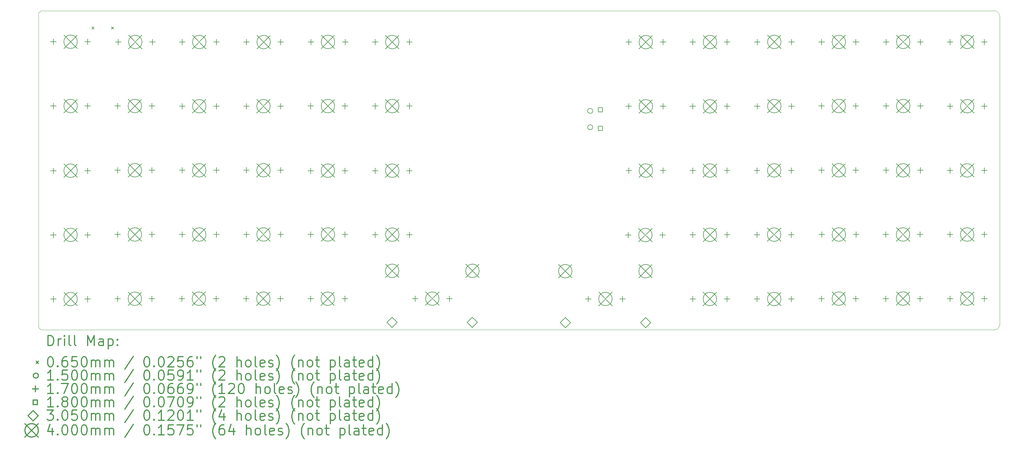
<source format=gbr>
%FSLAX45Y45*%
G04 Gerber Fmt 4.5, Leading zero omitted, Abs format (unit mm)*
G04 Created by KiCad (PCBNEW (5.1.12)-1) date 2022-06-19 17:56:36*
%MOMM*%
%LPD*%
G01*
G04 APERTURE LIST*
%TA.AperFunction,Profile*%
%ADD10C,0.050000*%
%TD*%
%ADD11C,0.200000*%
%ADD12C,0.300000*%
G04 APERTURE END LIST*
D10*
X28333700Y0D02*
G75*
G02*
X28498800Y-165100I0J-165100D01*
G01*
X28498800Y-9309100D02*
G75*
G02*
X28346400Y-9461500I-152400J0D01*
G01*
X114300Y-9461500D02*
G75*
G02*
X0Y-9347200I0J114300D01*
G01*
X0Y-127000D02*
G75*
G02*
X127000Y0I127000J0D01*
G01*
X0Y-127000D02*
X0Y-9347200D01*
X114300Y-9461500D02*
X28346400Y-9461500D01*
X28498800Y-165100D02*
X28498800Y-9309100D01*
X127000Y0D02*
X28333700Y0D01*
D11*
X1583500Y-482000D02*
X1648500Y-547000D01*
X1648500Y-482000D02*
X1583500Y-547000D01*
X2161500Y-482000D02*
X2226500Y-547000D01*
X2226500Y-482000D02*
X2161500Y-547000D01*
X16434100Y-2970600D02*
G75*
G03*
X16434100Y-2970600I-75000J0D01*
G01*
X16434100Y-3455600D02*
G75*
G03*
X16434100Y-3455600I-75000J0D01*
G01*
X444500Y-834988D02*
X444500Y-1004988D01*
X359500Y-919988D02*
X529500Y-919988D01*
X444500Y-2739988D02*
X444500Y-2909988D01*
X359500Y-2824988D02*
X529500Y-2824988D01*
X444500Y-4658704D02*
X444500Y-4828704D01*
X359500Y-4743704D02*
X529500Y-4743704D01*
X444500Y-6561672D02*
X444500Y-6731672D01*
X359500Y-6646672D02*
X529500Y-6646672D01*
X444500Y-8466164D02*
X444500Y-8636164D01*
X359500Y-8551164D02*
X529500Y-8551164D01*
X1460500Y-834988D02*
X1460500Y-1004988D01*
X1375500Y-919988D02*
X1545500Y-919988D01*
X1460500Y-2739988D02*
X1460500Y-2909988D01*
X1375500Y-2824988D02*
X1545500Y-2824988D01*
X1460500Y-4658704D02*
X1460500Y-4828704D01*
X1375500Y-4743704D02*
X1545500Y-4743704D01*
X1460500Y-6561672D02*
X1460500Y-6731672D01*
X1375500Y-6646672D02*
X1545500Y-6646672D01*
X1460500Y-8466164D02*
X1460500Y-8636164D01*
X1375500Y-8551164D02*
X1545500Y-8551164D01*
X2349500Y-2739988D02*
X2349500Y-2909988D01*
X2264500Y-2824988D02*
X2434500Y-2824988D01*
X2349500Y-4644988D02*
X2349500Y-4814988D01*
X2264500Y-4729988D02*
X2434500Y-4729988D01*
X2349500Y-6549988D02*
X2349500Y-6719988D01*
X2264500Y-6634988D02*
X2434500Y-6634988D01*
X2349500Y-8454988D02*
X2349500Y-8624988D01*
X2264500Y-8539988D02*
X2434500Y-8539988D01*
X2362200Y-842100D02*
X2362200Y-1012100D01*
X2277200Y-927100D02*
X2447200Y-927100D01*
X3365500Y-2739988D02*
X3365500Y-2909988D01*
X3280500Y-2824988D02*
X3450500Y-2824988D01*
X3365500Y-4644988D02*
X3365500Y-4814988D01*
X3280500Y-4729988D02*
X3450500Y-4729988D01*
X3365500Y-6549988D02*
X3365500Y-6719988D01*
X3280500Y-6634988D02*
X3450500Y-6634988D01*
X3365500Y-8454988D02*
X3365500Y-8624988D01*
X3280500Y-8539988D02*
X3450500Y-8539988D01*
X3378200Y-842100D02*
X3378200Y-1012100D01*
X3293200Y-927100D02*
X3463200Y-927100D01*
X4248912Y-8453464D02*
X4248912Y-8623464D01*
X4163912Y-8538464D02*
X4333912Y-8538464D01*
X4258564Y-4647020D02*
X4258564Y-4817020D01*
X4173564Y-4732020D02*
X4343564Y-4732020D01*
X4258564Y-6551004D02*
X4258564Y-6721004D01*
X4173564Y-6636004D02*
X4343564Y-6636004D01*
X4259580Y-842100D02*
X4259580Y-1012100D01*
X4174580Y-927100D02*
X4344580Y-927100D01*
X4259580Y-2746084D02*
X4259580Y-2916084D01*
X4174580Y-2831084D02*
X4344580Y-2831084D01*
X5264912Y-8453464D02*
X5264912Y-8623464D01*
X5179912Y-8538464D02*
X5349912Y-8538464D01*
X5274564Y-4647020D02*
X5274564Y-4817020D01*
X5189564Y-4732020D02*
X5359564Y-4732020D01*
X5274564Y-6551004D02*
X5274564Y-6721004D01*
X5189564Y-6636004D02*
X5359564Y-6636004D01*
X5275580Y-842100D02*
X5275580Y-1012100D01*
X5190580Y-927100D02*
X5360580Y-927100D01*
X5275580Y-2746084D02*
X5275580Y-2916084D01*
X5190580Y-2831084D02*
X5360580Y-2831084D01*
X6158484Y-8453464D02*
X6158484Y-8623464D01*
X6073484Y-8538464D02*
X6243484Y-8538464D01*
X6164072Y-2746084D02*
X6164072Y-2916084D01*
X6079072Y-2831084D02*
X6249072Y-2831084D01*
X6164072Y-4644988D02*
X6164072Y-4814988D01*
X6079072Y-4729988D02*
X6249072Y-4729988D01*
X6164072Y-6548972D02*
X6164072Y-6718972D01*
X6079072Y-6633972D02*
X6249072Y-6633972D01*
X6168136Y-844132D02*
X6168136Y-1014132D01*
X6083136Y-929132D02*
X6253136Y-929132D01*
X7174484Y-8453464D02*
X7174484Y-8623464D01*
X7089484Y-8538464D02*
X7259484Y-8538464D01*
X7180072Y-2746084D02*
X7180072Y-2916084D01*
X7095072Y-2831084D02*
X7265072Y-2831084D01*
X7180072Y-4644988D02*
X7180072Y-4814988D01*
X7095072Y-4729988D02*
X7265072Y-4729988D01*
X7180072Y-6548972D02*
X7180072Y-6718972D01*
X7095072Y-6633972D02*
X7265072Y-6633972D01*
X7184136Y-844132D02*
X7184136Y-1014132D01*
X7099136Y-929132D02*
X7269136Y-929132D01*
X8069072Y-8454988D02*
X8069072Y-8624988D01*
X7984072Y-8539988D02*
X8154072Y-8539988D01*
X8072628Y-2742528D02*
X8072628Y-2912528D01*
X7987628Y-2827528D02*
X8157628Y-2827528D01*
X8072628Y-4657688D02*
X8072628Y-4827688D01*
X7987628Y-4742688D02*
X8157628Y-4742688D01*
X8073644Y-6548972D02*
X8073644Y-6718972D01*
X7988644Y-6633972D02*
X8158644Y-6633972D01*
X8076184Y-840576D02*
X8076184Y-1010576D01*
X7991184Y-925576D02*
X8161184Y-925576D01*
X9085072Y-8454988D02*
X9085072Y-8624988D01*
X9000072Y-8539988D02*
X9170072Y-8539988D01*
X9088628Y-2742528D02*
X9088628Y-2912528D01*
X9003628Y-2827528D02*
X9173628Y-2827528D01*
X9088628Y-4657688D02*
X9088628Y-4827688D01*
X9003628Y-4742688D02*
X9173628Y-4742688D01*
X9089644Y-6548972D02*
X9089644Y-6718972D01*
X9004644Y-6633972D02*
X9174644Y-6633972D01*
X9092184Y-840576D02*
X9092184Y-1010576D01*
X9007184Y-925576D02*
X9177184Y-925576D01*
X9982200Y-844132D02*
X9982200Y-1014132D01*
X9897200Y-929132D02*
X10067200Y-929132D01*
X9982200Y-2742528D02*
X9982200Y-2912528D01*
X9897200Y-2827528D02*
X10067200Y-2827528D01*
X9982200Y-4657688D02*
X9982200Y-4827688D01*
X9897200Y-4742688D02*
X10067200Y-4742688D01*
X9983216Y-6554052D02*
X9983216Y-6724052D01*
X9898216Y-6639052D02*
X10068216Y-6639052D01*
X10998200Y-844132D02*
X10998200Y-1014132D01*
X10913200Y-929132D02*
X11083200Y-929132D01*
X10998200Y-2742528D02*
X10998200Y-2912528D01*
X10913200Y-2827528D02*
X11083200Y-2827528D01*
X10998200Y-4657688D02*
X10998200Y-4827688D01*
X10913200Y-4742688D02*
X11083200Y-4742688D01*
X10999216Y-6554052D02*
X10999216Y-6724052D01*
X10914216Y-6639052D02*
X11084216Y-6639052D01*
X11169396Y-8452448D02*
X11169396Y-8622448D01*
X11084396Y-8537448D02*
X11254396Y-8537448D01*
X12185396Y-8452448D02*
X12185396Y-8622448D01*
X12100396Y-8537448D02*
X12270396Y-8537448D01*
X16302736Y-8462100D02*
X16302736Y-8632100D01*
X16217736Y-8547100D02*
X16387736Y-8547100D01*
X17318736Y-8462100D02*
X17318736Y-8632100D01*
X17233736Y-8547100D02*
X17403736Y-8547100D01*
X17486884Y-6566752D02*
X17486884Y-6736752D01*
X17401884Y-6651752D02*
X17571884Y-6651752D01*
X17499584Y-845656D02*
X17499584Y-1015656D01*
X17414584Y-930656D02*
X17584584Y-930656D01*
X17501616Y-2750148D02*
X17501616Y-2920148D01*
X17416616Y-2835148D02*
X17586616Y-2835148D01*
X17501616Y-4655148D02*
X17501616Y-4825148D01*
X17416616Y-4740148D02*
X17586616Y-4740148D01*
X18502884Y-6566752D02*
X18502884Y-6736752D01*
X18417884Y-6651752D02*
X18587884Y-6651752D01*
X18515584Y-845656D02*
X18515584Y-1015656D01*
X18430584Y-930656D02*
X18600584Y-930656D01*
X18517616Y-2750148D02*
X18517616Y-2920148D01*
X18432616Y-2835148D02*
X18602616Y-2835148D01*
X18517616Y-4655148D02*
X18517616Y-4825148D01*
X18432616Y-4740148D02*
X18602616Y-4740148D01*
X19400012Y-4654132D02*
X19400012Y-4824132D01*
X19315012Y-4739132D02*
X19485012Y-4739132D01*
X19400012Y-8462608D02*
X19400012Y-8632608D01*
X19315012Y-8547608D02*
X19485012Y-8547608D01*
X19401028Y-6559640D02*
X19401028Y-6729640D01*
X19316028Y-6644640D02*
X19486028Y-6644640D01*
X19402552Y-844132D02*
X19402552Y-1014132D01*
X19317552Y-929132D02*
X19487552Y-929132D01*
X19402552Y-2749640D02*
X19402552Y-2919640D01*
X19317552Y-2834640D02*
X19487552Y-2834640D01*
X20416012Y-4654132D02*
X20416012Y-4824132D01*
X20331012Y-4739132D02*
X20501012Y-4739132D01*
X20416012Y-8462608D02*
X20416012Y-8632608D01*
X20331012Y-8547608D02*
X20501012Y-8547608D01*
X20417028Y-6559640D02*
X20417028Y-6729640D01*
X20332028Y-6644640D02*
X20502028Y-6644640D01*
X20418552Y-844132D02*
X20418552Y-1014132D01*
X20333552Y-929132D02*
X20503552Y-929132D01*
X20418552Y-2749640D02*
X20418552Y-2919640D01*
X20333552Y-2834640D02*
X20503552Y-2834640D01*
X21304504Y-6554052D02*
X21304504Y-6724052D01*
X21219504Y-6639052D02*
X21389504Y-6639052D01*
X21306028Y-4649560D02*
X21306028Y-4819560D01*
X21221028Y-4734560D02*
X21391028Y-4734560D01*
X21307552Y-8463624D02*
X21307552Y-8633624D01*
X21222552Y-8548624D02*
X21392552Y-8548624D01*
X21309076Y-2744560D02*
X21309076Y-2914560D01*
X21224076Y-2829560D02*
X21394076Y-2829560D01*
X21309584Y-840068D02*
X21309584Y-1010068D01*
X21224584Y-925068D02*
X21394584Y-925068D01*
X22320504Y-6554052D02*
X22320504Y-6724052D01*
X22235504Y-6639052D02*
X22405504Y-6639052D01*
X22322028Y-4649560D02*
X22322028Y-4819560D01*
X22237028Y-4734560D02*
X22407028Y-4734560D01*
X22323552Y-8463624D02*
X22323552Y-8633624D01*
X22238552Y-8548624D02*
X22408552Y-8548624D01*
X22325076Y-2744560D02*
X22325076Y-2914560D01*
X22240076Y-2829560D02*
X22410076Y-2829560D01*
X22325584Y-840068D02*
X22325584Y-1010068D01*
X22240584Y-925068D02*
X22410584Y-925068D01*
X23221188Y-2739480D02*
X23221188Y-2909480D01*
X23136188Y-2824480D02*
X23306188Y-2824480D01*
X23221188Y-4646004D02*
X23221188Y-4816004D01*
X23136188Y-4731004D02*
X23306188Y-4731004D01*
X23221188Y-8452448D02*
X23221188Y-8622448D01*
X23136188Y-8537448D02*
X23306188Y-8537448D01*
X23222204Y-841084D02*
X23222204Y-1011084D01*
X23137204Y-926084D02*
X23307204Y-926084D01*
X23223220Y-6550496D02*
X23223220Y-6720496D01*
X23138220Y-6635496D02*
X23308220Y-6635496D01*
X24237188Y-2739480D02*
X24237188Y-2909480D01*
X24152188Y-2824480D02*
X24322188Y-2824480D01*
X24237188Y-4646004D02*
X24237188Y-4816004D01*
X24152188Y-4731004D02*
X24322188Y-4731004D01*
X24237188Y-8452448D02*
X24237188Y-8622448D01*
X24152188Y-8537448D02*
X24322188Y-8537448D01*
X24238204Y-841084D02*
X24238204Y-1011084D01*
X24153204Y-926084D02*
X24323204Y-926084D01*
X24239220Y-6550496D02*
X24239220Y-6720496D01*
X24154220Y-6635496D02*
X24324220Y-6635496D01*
X25125172Y-6548972D02*
X25125172Y-6718972D01*
X25040172Y-6633972D02*
X25210172Y-6633972D01*
X25125172Y-8450416D02*
X25125172Y-8620416D01*
X25040172Y-8535416D02*
X25210172Y-8535416D01*
X25128220Y-4647528D02*
X25128220Y-4817528D01*
X25043220Y-4732528D02*
X25213220Y-4732528D01*
X25131268Y-838544D02*
X25131268Y-1008544D01*
X25046268Y-923544D02*
X25216268Y-923544D01*
X25132792Y-2741004D02*
X25132792Y-2911004D01*
X25047792Y-2826004D02*
X25217792Y-2826004D01*
X26141172Y-6548972D02*
X26141172Y-6718972D01*
X26056172Y-6633972D02*
X26226172Y-6633972D01*
X26141172Y-8450416D02*
X26141172Y-8620416D01*
X26056172Y-8535416D02*
X26226172Y-8535416D01*
X26144220Y-4647528D02*
X26144220Y-4817528D01*
X26059220Y-4732528D02*
X26229220Y-4732528D01*
X26147268Y-838544D02*
X26147268Y-1008544D01*
X26062268Y-923544D02*
X26232268Y-923544D01*
X26148792Y-2741004D02*
X26148792Y-2911004D01*
X26063792Y-2826004D02*
X26233792Y-2826004D01*
X27027632Y-4649560D02*
X27027632Y-4819560D01*
X26942632Y-4734560D02*
X27112632Y-4734560D01*
X27027632Y-6551004D02*
X27027632Y-6721004D01*
X26942632Y-6636004D02*
X27112632Y-6636004D01*
X27027632Y-8452448D02*
X27027632Y-8622448D01*
X26942632Y-8537448D02*
X27112632Y-8537448D01*
X27029156Y-2746592D02*
X27029156Y-2916592D01*
X26944156Y-2831592D02*
X27114156Y-2831592D01*
X27029664Y-839052D02*
X27029664Y-1009052D01*
X26944664Y-924052D02*
X27114664Y-924052D01*
X28043632Y-4649560D02*
X28043632Y-4819560D01*
X27958632Y-4734560D02*
X28128632Y-4734560D01*
X28043632Y-6551004D02*
X28043632Y-6721004D01*
X27958632Y-6636004D02*
X28128632Y-6636004D01*
X28043632Y-8452448D02*
X28043632Y-8622448D01*
X27958632Y-8537448D02*
X28128632Y-8537448D01*
X28045156Y-2746592D02*
X28045156Y-2916592D01*
X27960156Y-2831592D02*
X28130156Y-2831592D01*
X28045664Y-839052D02*
X28045664Y-1009052D01*
X27960664Y-924052D02*
X28130664Y-924052D01*
X16725740Y-3004240D02*
X16725740Y-2876960D01*
X16598460Y-2876960D01*
X16598460Y-3004240D01*
X16725740Y-3004240D01*
X16725740Y-3549240D02*
X16725740Y-3421960D01*
X16598460Y-3421960D01*
X16598460Y-3549240D01*
X16725740Y-3549240D01*
X10487396Y-9389948D02*
X10639896Y-9237448D01*
X10487396Y-9084948D01*
X10334896Y-9237448D01*
X10487396Y-9389948D01*
X12867396Y-9389948D02*
X13019896Y-9237448D01*
X12867396Y-9084948D01*
X12714896Y-9237448D01*
X12867396Y-9389948D01*
X15620736Y-9399600D02*
X15773236Y-9247100D01*
X15620736Y-9094600D01*
X15468236Y-9247100D01*
X15620736Y-9399600D01*
X18000736Y-9399600D02*
X18153236Y-9247100D01*
X18000736Y-9094600D01*
X17848236Y-9247100D01*
X18000736Y-9399600D01*
X752500Y-719988D02*
X1152500Y-1119988D01*
X1152500Y-719988D02*
X752500Y-1119988D01*
X1152500Y-919988D02*
G75*
G03*
X1152500Y-919988I-200000J0D01*
G01*
X752500Y-2624988D02*
X1152500Y-3024988D01*
X1152500Y-2624988D02*
X752500Y-3024988D01*
X1152500Y-2824988D02*
G75*
G03*
X1152500Y-2824988I-200000J0D01*
G01*
X752500Y-4543704D02*
X1152500Y-4943704D01*
X1152500Y-4543704D02*
X752500Y-4943704D01*
X1152500Y-4743704D02*
G75*
G03*
X1152500Y-4743704I-200000J0D01*
G01*
X752500Y-6446672D02*
X1152500Y-6846672D01*
X1152500Y-6446672D02*
X752500Y-6846672D01*
X1152500Y-6646672D02*
G75*
G03*
X1152500Y-6646672I-200000J0D01*
G01*
X752500Y-8351164D02*
X1152500Y-8751164D01*
X1152500Y-8351164D02*
X752500Y-8751164D01*
X1152500Y-8551164D02*
G75*
G03*
X1152500Y-8551164I-200000J0D01*
G01*
X2657500Y-2624988D02*
X3057500Y-3024988D01*
X3057500Y-2624988D02*
X2657500Y-3024988D01*
X3057500Y-2824988D02*
G75*
G03*
X3057500Y-2824988I-200000J0D01*
G01*
X2657500Y-4529988D02*
X3057500Y-4929988D01*
X3057500Y-4529988D02*
X2657500Y-4929988D01*
X3057500Y-4729988D02*
G75*
G03*
X3057500Y-4729988I-200000J0D01*
G01*
X2657500Y-6434988D02*
X3057500Y-6834988D01*
X3057500Y-6434988D02*
X2657500Y-6834988D01*
X3057500Y-6634988D02*
G75*
G03*
X3057500Y-6634988I-200000J0D01*
G01*
X2657500Y-8339988D02*
X3057500Y-8739988D01*
X3057500Y-8339988D02*
X2657500Y-8739988D01*
X3057500Y-8539988D02*
G75*
G03*
X3057500Y-8539988I-200000J0D01*
G01*
X2670200Y-727100D02*
X3070200Y-1127100D01*
X3070200Y-727100D02*
X2670200Y-1127100D01*
X3070200Y-927100D02*
G75*
G03*
X3070200Y-927100I-200000J0D01*
G01*
X4556912Y-8338464D02*
X4956912Y-8738464D01*
X4956912Y-8338464D02*
X4556912Y-8738464D01*
X4956912Y-8538464D02*
G75*
G03*
X4956912Y-8538464I-200000J0D01*
G01*
X4566564Y-4532020D02*
X4966564Y-4932020D01*
X4966564Y-4532020D02*
X4566564Y-4932020D01*
X4966564Y-4732020D02*
G75*
G03*
X4966564Y-4732020I-200000J0D01*
G01*
X4566564Y-6436004D02*
X4966564Y-6836004D01*
X4966564Y-6436004D02*
X4566564Y-6836004D01*
X4966564Y-6636004D02*
G75*
G03*
X4966564Y-6636004I-200000J0D01*
G01*
X4567580Y-727100D02*
X4967580Y-1127100D01*
X4967580Y-727100D02*
X4567580Y-1127100D01*
X4967580Y-927100D02*
G75*
G03*
X4967580Y-927100I-200000J0D01*
G01*
X4567580Y-2631084D02*
X4967580Y-3031084D01*
X4967580Y-2631084D02*
X4567580Y-3031084D01*
X4967580Y-2831084D02*
G75*
G03*
X4967580Y-2831084I-200000J0D01*
G01*
X6466484Y-8338464D02*
X6866484Y-8738464D01*
X6866484Y-8338464D02*
X6466484Y-8738464D01*
X6866484Y-8538464D02*
G75*
G03*
X6866484Y-8538464I-200000J0D01*
G01*
X6472072Y-2631084D02*
X6872072Y-3031084D01*
X6872072Y-2631084D02*
X6472072Y-3031084D01*
X6872072Y-2831084D02*
G75*
G03*
X6872072Y-2831084I-200000J0D01*
G01*
X6472072Y-4529988D02*
X6872072Y-4929988D01*
X6872072Y-4529988D02*
X6472072Y-4929988D01*
X6872072Y-4729988D02*
G75*
G03*
X6872072Y-4729988I-200000J0D01*
G01*
X6472072Y-6433972D02*
X6872072Y-6833972D01*
X6872072Y-6433972D02*
X6472072Y-6833972D01*
X6872072Y-6633972D02*
G75*
G03*
X6872072Y-6633972I-200000J0D01*
G01*
X6476136Y-729132D02*
X6876136Y-1129132D01*
X6876136Y-729132D02*
X6476136Y-1129132D01*
X6876136Y-929132D02*
G75*
G03*
X6876136Y-929132I-200000J0D01*
G01*
X8377072Y-8339988D02*
X8777072Y-8739988D01*
X8777072Y-8339988D02*
X8377072Y-8739988D01*
X8777072Y-8539988D02*
G75*
G03*
X8777072Y-8539988I-200000J0D01*
G01*
X8380628Y-2627528D02*
X8780628Y-3027528D01*
X8780628Y-2627528D02*
X8380628Y-3027528D01*
X8780628Y-2827528D02*
G75*
G03*
X8780628Y-2827528I-200000J0D01*
G01*
X8380628Y-4542688D02*
X8780628Y-4942688D01*
X8780628Y-4542688D02*
X8380628Y-4942688D01*
X8780628Y-4742688D02*
G75*
G03*
X8780628Y-4742688I-200000J0D01*
G01*
X8381644Y-6433972D02*
X8781644Y-6833972D01*
X8781644Y-6433972D02*
X8381644Y-6833972D01*
X8781644Y-6633972D02*
G75*
G03*
X8781644Y-6633972I-200000J0D01*
G01*
X8384184Y-725576D02*
X8784184Y-1125576D01*
X8784184Y-725576D02*
X8384184Y-1125576D01*
X8784184Y-925576D02*
G75*
G03*
X8784184Y-925576I-200000J0D01*
G01*
X10287396Y-7513448D02*
X10687396Y-7913448D01*
X10687396Y-7513448D02*
X10287396Y-7913448D01*
X10687396Y-7713448D02*
G75*
G03*
X10687396Y-7713448I-200000J0D01*
G01*
X10290200Y-729132D02*
X10690200Y-1129132D01*
X10690200Y-729132D02*
X10290200Y-1129132D01*
X10690200Y-929132D02*
G75*
G03*
X10690200Y-929132I-200000J0D01*
G01*
X10290200Y-2627528D02*
X10690200Y-3027528D01*
X10690200Y-2627528D02*
X10290200Y-3027528D01*
X10690200Y-2827528D02*
G75*
G03*
X10690200Y-2827528I-200000J0D01*
G01*
X10290200Y-4542688D02*
X10690200Y-4942688D01*
X10690200Y-4542688D02*
X10290200Y-4942688D01*
X10690200Y-4742688D02*
G75*
G03*
X10690200Y-4742688I-200000J0D01*
G01*
X10291216Y-6439052D02*
X10691216Y-6839052D01*
X10691216Y-6439052D02*
X10291216Y-6839052D01*
X10691216Y-6639052D02*
G75*
G03*
X10691216Y-6639052I-200000J0D01*
G01*
X11477396Y-8337448D02*
X11877396Y-8737448D01*
X11877396Y-8337448D02*
X11477396Y-8737448D01*
X11877396Y-8537448D02*
G75*
G03*
X11877396Y-8537448I-200000J0D01*
G01*
X12667396Y-7513448D02*
X13067396Y-7913448D01*
X13067396Y-7513448D02*
X12667396Y-7913448D01*
X13067396Y-7713448D02*
G75*
G03*
X13067396Y-7713448I-200000J0D01*
G01*
X15420736Y-7523100D02*
X15820736Y-7923100D01*
X15820736Y-7523100D02*
X15420736Y-7923100D01*
X15820736Y-7723100D02*
G75*
G03*
X15820736Y-7723100I-200000J0D01*
G01*
X16610736Y-8347100D02*
X17010736Y-8747100D01*
X17010736Y-8347100D02*
X16610736Y-8747100D01*
X17010736Y-8547100D02*
G75*
G03*
X17010736Y-8547100I-200000J0D01*
G01*
X17794884Y-6451752D02*
X18194884Y-6851752D01*
X18194884Y-6451752D02*
X17794884Y-6851752D01*
X18194884Y-6651752D02*
G75*
G03*
X18194884Y-6651752I-200000J0D01*
G01*
X17800736Y-7523100D02*
X18200736Y-7923100D01*
X18200736Y-7523100D02*
X17800736Y-7923100D01*
X18200736Y-7723100D02*
G75*
G03*
X18200736Y-7723100I-200000J0D01*
G01*
X17807584Y-730656D02*
X18207584Y-1130656D01*
X18207584Y-730656D02*
X17807584Y-1130656D01*
X18207584Y-930656D02*
G75*
G03*
X18207584Y-930656I-200000J0D01*
G01*
X17809616Y-2635148D02*
X18209616Y-3035148D01*
X18209616Y-2635148D02*
X17809616Y-3035148D01*
X18209616Y-2835148D02*
G75*
G03*
X18209616Y-2835148I-200000J0D01*
G01*
X17809616Y-4540148D02*
X18209616Y-4940148D01*
X18209616Y-4540148D02*
X17809616Y-4940148D01*
X18209616Y-4740148D02*
G75*
G03*
X18209616Y-4740148I-200000J0D01*
G01*
X19708012Y-4539132D02*
X20108012Y-4939132D01*
X20108012Y-4539132D02*
X19708012Y-4939132D01*
X20108012Y-4739132D02*
G75*
G03*
X20108012Y-4739132I-200000J0D01*
G01*
X19708012Y-8347608D02*
X20108012Y-8747608D01*
X20108012Y-8347608D02*
X19708012Y-8747608D01*
X20108012Y-8547608D02*
G75*
G03*
X20108012Y-8547608I-200000J0D01*
G01*
X19709028Y-6444640D02*
X20109028Y-6844640D01*
X20109028Y-6444640D02*
X19709028Y-6844640D01*
X20109028Y-6644640D02*
G75*
G03*
X20109028Y-6644640I-200000J0D01*
G01*
X19710552Y-729132D02*
X20110552Y-1129132D01*
X20110552Y-729132D02*
X19710552Y-1129132D01*
X20110552Y-929132D02*
G75*
G03*
X20110552Y-929132I-200000J0D01*
G01*
X19710552Y-2634640D02*
X20110552Y-3034640D01*
X20110552Y-2634640D02*
X19710552Y-3034640D01*
X20110552Y-2834640D02*
G75*
G03*
X20110552Y-2834640I-200000J0D01*
G01*
X21612504Y-6439052D02*
X22012504Y-6839052D01*
X22012504Y-6439052D02*
X21612504Y-6839052D01*
X22012504Y-6639052D02*
G75*
G03*
X22012504Y-6639052I-200000J0D01*
G01*
X21614028Y-4534560D02*
X22014028Y-4934560D01*
X22014028Y-4534560D02*
X21614028Y-4934560D01*
X22014028Y-4734560D02*
G75*
G03*
X22014028Y-4734560I-200000J0D01*
G01*
X21615552Y-8348624D02*
X22015552Y-8748624D01*
X22015552Y-8348624D02*
X21615552Y-8748624D01*
X22015552Y-8548624D02*
G75*
G03*
X22015552Y-8548624I-200000J0D01*
G01*
X21617076Y-2629560D02*
X22017076Y-3029560D01*
X22017076Y-2629560D02*
X21617076Y-3029560D01*
X22017076Y-2829560D02*
G75*
G03*
X22017076Y-2829560I-200000J0D01*
G01*
X21617584Y-725068D02*
X22017584Y-1125068D01*
X22017584Y-725068D02*
X21617584Y-1125068D01*
X22017584Y-925068D02*
G75*
G03*
X22017584Y-925068I-200000J0D01*
G01*
X23529188Y-2624480D02*
X23929188Y-3024480D01*
X23929188Y-2624480D02*
X23529188Y-3024480D01*
X23929188Y-2824480D02*
G75*
G03*
X23929188Y-2824480I-200000J0D01*
G01*
X23529188Y-4531004D02*
X23929188Y-4931004D01*
X23929188Y-4531004D02*
X23529188Y-4931004D01*
X23929188Y-4731004D02*
G75*
G03*
X23929188Y-4731004I-200000J0D01*
G01*
X23529188Y-8337448D02*
X23929188Y-8737448D01*
X23929188Y-8337448D02*
X23529188Y-8737448D01*
X23929188Y-8537448D02*
G75*
G03*
X23929188Y-8537448I-200000J0D01*
G01*
X23530204Y-726084D02*
X23930204Y-1126084D01*
X23930204Y-726084D02*
X23530204Y-1126084D01*
X23930204Y-926084D02*
G75*
G03*
X23930204Y-926084I-200000J0D01*
G01*
X23531220Y-6435496D02*
X23931220Y-6835496D01*
X23931220Y-6435496D02*
X23531220Y-6835496D01*
X23931220Y-6635496D02*
G75*
G03*
X23931220Y-6635496I-200000J0D01*
G01*
X25433172Y-6433972D02*
X25833172Y-6833972D01*
X25833172Y-6433972D02*
X25433172Y-6833972D01*
X25833172Y-6633972D02*
G75*
G03*
X25833172Y-6633972I-200000J0D01*
G01*
X25433172Y-8335416D02*
X25833172Y-8735416D01*
X25833172Y-8335416D02*
X25433172Y-8735416D01*
X25833172Y-8535416D02*
G75*
G03*
X25833172Y-8535416I-200000J0D01*
G01*
X25436220Y-4532528D02*
X25836220Y-4932528D01*
X25836220Y-4532528D02*
X25436220Y-4932528D01*
X25836220Y-4732528D02*
G75*
G03*
X25836220Y-4732528I-200000J0D01*
G01*
X25439268Y-723544D02*
X25839268Y-1123544D01*
X25839268Y-723544D02*
X25439268Y-1123544D01*
X25839268Y-923544D02*
G75*
G03*
X25839268Y-923544I-200000J0D01*
G01*
X25440792Y-2626004D02*
X25840792Y-3026004D01*
X25840792Y-2626004D02*
X25440792Y-3026004D01*
X25840792Y-2826004D02*
G75*
G03*
X25840792Y-2826004I-200000J0D01*
G01*
X27335632Y-4534560D02*
X27735632Y-4934560D01*
X27735632Y-4534560D02*
X27335632Y-4934560D01*
X27735632Y-4734560D02*
G75*
G03*
X27735632Y-4734560I-200000J0D01*
G01*
X27335632Y-6436004D02*
X27735632Y-6836004D01*
X27735632Y-6436004D02*
X27335632Y-6836004D01*
X27735632Y-6636004D02*
G75*
G03*
X27735632Y-6636004I-200000J0D01*
G01*
X27335632Y-8337448D02*
X27735632Y-8737448D01*
X27735632Y-8337448D02*
X27335632Y-8737448D01*
X27735632Y-8537448D02*
G75*
G03*
X27735632Y-8537448I-200000J0D01*
G01*
X27337156Y-2631592D02*
X27737156Y-3031592D01*
X27737156Y-2631592D02*
X27337156Y-3031592D01*
X27737156Y-2831592D02*
G75*
G03*
X27737156Y-2831592I-200000J0D01*
G01*
X27337664Y-724052D02*
X27737664Y-1124052D01*
X27737664Y-724052D02*
X27337664Y-1124052D01*
X27737664Y-924052D02*
G75*
G03*
X27737664Y-924052I-200000J0D01*
G01*
D12*
X283928Y-9929714D02*
X283928Y-9629714D01*
X355357Y-9629714D01*
X398214Y-9644000D01*
X426786Y-9672572D01*
X441071Y-9701143D01*
X455357Y-9758286D01*
X455357Y-9801143D01*
X441071Y-9858286D01*
X426786Y-9886857D01*
X398214Y-9915429D01*
X355357Y-9929714D01*
X283928Y-9929714D01*
X583928Y-9929714D02*
X583928Y-9729714D01*
X583928Y-9786857D02*
X598214Y-9758286D01*
X612500Y-9744000D01*
X641071Y-9729714D01*
X669643Y-9729714D01*
X769643Y-9929714D02*
X769643Y-9729714D01*
X769643Y-9629714D02*
X755357Y-9644000D01*
X769643Y-9658286D01*
X783928Y-9644000D01*
X769643Y-9629714D01*
X769643Y-9658286D01*
X955357Y-9929714D02*
X926786Y-9915429D01*
X912500Y-9886857D01*
X912500Y-9629714D01*
X1112500Y-9929714D02*
X1083928Y-9915429D01*
X1069643Y-9886857D01*
X1069643Y-9629714D01*
X1455357Y-9929714D02*
X1455357Y-9629714D01*
X1555357Y-9844000D01*
X1655357Y-9629714D01*
X1655357Y-9929714D01*
X1926786Y-9929714D02*
X1926786Y-9772572D01*
X1912500Y-9744000D01*
X1883928Y-9729714D01*
X1826786Y-9729714D01*
X1798214Y-9744000D01*
X1926786Y-9915429D02*
X1898214Y-9929714D01*
X1826786Y-9929714D01*
X1798214Y-9915429D01*
X1783928Y-9886857D01*
X1783928Y-9858286D01*
X1798214Y-9829714D01*
X1826786Y-9815429D01*
X1898214Y-9815429D01*
X1926786Y-9801143D01*
X2069643Y-9729714D02*
X2069643Y-10029714D01*
X2069643Y-9744000D02*
X2098214Y-9729714D01*
X2155357Y-9729714D01*
X2183928Y-9744000D01*
X2198214Y-9758286D01*
X2212500Y-9786857D01*
X2212500Y-9872572D01*
X2198214Y-9901143D01*
X2183928Y-9915429D01*
X2155357Y-9929714D01*
X2098214Y-9929714D01*
X2069643Y-9915429D01*
X2341071Y-9901143D02*
X2355357Y-9915429D01*
X2341071Y-9929714D01*
X2326786Y-9915429D01*
X2341071Y-9901143D01*
X2341071Y-9929714D01*
X2341071Y-9744000D02*
X2355357Y-9758286D01*
X2341071Y-9772572D01*
X2326786Y-9758286D01*
X2341071Y-9744000D01*
X2341071Y-9772572D01*
X-67500Y-10391500D02*
X-2500Y-10456500D01*
X-2500Y-10391500D02*
X-67500Y-10456500D01*
X341071Y-10259714D02*
X369643Y-10259714D01*
X398214Y-10274000D01*
X412500Y-10288286D01*
X426786Y-10316857D01*
X441071Y-10374000D01*
X441071Y-10445429D01*
X426786Y-10502572D01*
X412500Y-10531143D01*
X398214Y-10545429D01*
X369643Y-10559714D01*
X341071Y-10559714D01*
X312500Y-10545429D01*
X298214Y-10531143D01*
X283928Y-10502572D01*
X269643Y-10445429D01*
X269643Y-10374000D01*
X283928Y-10316857D01*
X298214Y-10288286D01*
X312500Y-10274000D01*
X341071Y-10259714D01*
X569643Y-10531143D02*
X583928Y-10545429D01*
X569643Y-10559714D01*
X555357Y-10545429D01*
X569643Y-10531143D01*
X569643Y-10559714D01*
X841071Y-10259714D02*
X783928Y-10259714D01*
X755357Y-10274000D01*
X741071Y-10288286D01*
X712500Y-10331143D01*
X698214Y-10388286D01*
X698214Y-10502572D01*
X712500Y-10531143D01*
X726786Y-10545429D01*
X755357Y-10559714D01*
X812500Y-10559714D01*
X841071Y-10545429D01*
X855357Y-10531143D01*
X869643Y-10502572D01*
X869643Y-10431143D01*
X855357Y-10402572D01*
X841071Y-10388286D01*
X812500Y-10374000D01*
X755357Y-10374000D01*
X726786Y-10388286D01*
X712500Y-10402572D01*
X698214Y-10431143D01*
X1141071Y-10259714D02*
X998214Y-10259714D01*
X983928Y-10402572D01*
X998214Y-10388286D01*
X1026786Y-10374000D01*
X1098214Y-10374000D01*
X1126786Y-10388286D01*
X1141071Y-10402572D01*
X1155357Y-10431143D01*
X1155357Y-10502572D01*
X1141071Y-10531143D01*
X1126786Y-10545429D01*
X1098214Y-10559714D01*
X1026786Y-10559714D01*
X998214Y-10545429D01*
X983928Y-10531143D01*
X1341071Y-10259714D02*
X1369643Y-10259714D01*
X1398214Y-10274000D01*
X1412500Y-10288286D01*
X1426786Y-10316857D01*
X1441071Y-10374000D01*
X1441071Y-10445429D01*
X1426786Y-10502572D01*
X1412500Y-10531143D01*
X1398214Y-10545429D01*
X1369643Y-10559714D01*
X1341071Y-10559714D01*
X1312500Y-10545429D01*
X1298214Y-10531143D01*
X1283928Y-10502572D01*
X1269643Y-10445429D01*
X1269643Y-10374000D01*
X1283928Y-10316857D01*
X1298214Y-10288286D01*
X1312500Y-10274000D01*
X1341071Y-10259714D01*
X1569643Y-10559714D02*
X1569643Y-10359714D01*
X1569643Y-10388286D02*
X1583928Y-10374000D01*
X1612500Y-10359714D01*
X1655357Y-10359714D01*
X1683928Y-10374000D01*
X1698214Y-10402572D01*
X1698214Y-10559714D01*
X1698214Y-10402572D02*
X1712500Y-10374000D01*
X1741071Y-10359714D01*
X1783928Y-10359714D01*
X1812500Y-10374000D01*
X1826786Y-10402572D01*
X1826786Y-10559714D01*
X1969643Y-10559714D02*
X1969643Y-10359714D01*
X1969643Y-10388286D02*
X1983928Y-10374000D01*
X2012500Y-10359714D01*
X2055357Y-10359714D01*
X2083928Y-10374000D01*
X2098214Y-10402572D01*
X2098214Y-10559714D01*
X2098214Y-10402572D02*
X2112500Y-10374000D01*
X2141071Y-10359714D01*
X2183928Y-10359714D01*
X2212500Y-10374000D01*
X2226786Y-10402572D01*
X2226786Y-10559714D01*
X2812500Y-10245429D02*
X2555357Y-10631143D01*
X3198214Y-10259714D02*
X3226786Y-10259714D01*
X3255357Y-10274000D01*
X3269643Y-10288286D01*
X3283928Y-10316857D01*
X3298214Y-10374000D01*
X3298214Y-10445429D01*
X3283928Y-10502572D01*
X3269643Y-10531143D01*
X3255357Y-10545429D01*
X3226786Y-10559714D01*
X3198214Y-10559714D01*
X3169643Y-10545429D01*
X3155357Y-10531143D01*
X3141071Y-10502572D01*
X3126786Y-10445429D01*
X3126786Y-10374000D01*
X3141071Y-10316857D01*
X3155357Y-10288286D01*
X3169643Y-10274000D01*
X3198214Y-10259714D01*
X3426786Y-10531143D02*
X3441071Y-10545429D01*
X3426786Y-10559714D01*
X3412500Y-10545429D01*
X3426786Y-10531143D01*
X3426786Y-10559714D01*
X3626786Y-10259714D02*
X3655357Y-10259714D01*
X3683928Y-10274000D01*
X3698214Y-10288286D01*
X3712500Y-10316857D01*
X3726786Y-10374000D01*
X3726786Y-10445429D01*
X3712500Y-10502572D01*
X3698214Y-10531143D01*
X3683928Y-10545429D01*
X3655357Y-10559714D01*
X3626786Y-10559714D01*
X3598214Y-10545429D01*
X3583928Y-10531143D01*
X3569643Y-10502572D01*
X3555357Y-10445429D01*
X3555357Y-10374000D01*
X3569643Y-10316857D01*
X3583928Y-10288286D01*
X3598214Y-10274000D01*
X3626786Y-10259714D01*
X3841071Y-10288286D02*
X3855357Y-10274000D01*
X3883928Y-10259714D01*
X3955357Y-10259714D01*
X3983928Y-10274000D01*
X3998214Y-10288286D01*
X4012500Y-10316857D01*
X4012500Y-10345429D01*
X3998214Y-10388286D01*
X3826786Y-10559714D01*
X4012500Y-10559714D01*
X4283928Y-10259714D02*
X4141071Y-10259714D01*
X4126786Y-10402572D01*
X4141071Y-10388286D01*
X4169643Y-10374000D01*
X4241071Y-10374000D01*
X4269643Y-10388286D01*
X4283928Y-10402572D01*
X4298214Y-10431143D01*
X4298214Y-10502572D01*
X4283928Y-10531143D01*
X4269643Y-10545429D01*
X4241071Y-10559714D01*
X4169643Y-10559714D01*
X4141071Y-10545429D01*
X4126786Y-10531143D01*
X4555357Y-10259714D02*
X4498214Y-10259714D01*
X4469643Y-10274000D01*
X4455357Y-10288286D01*
X4426786Y-10331143D01*
X4412500Y-10388286D01*
X4412500Y-10502572D01*
X4426786Y-10531143D01*
X4441071Y-10545429D01*
X4469643Y-10559714D01*
X4526786Y-10559714D01*
X4555357Y-10545429D01*
X4569643Y-10531143D01*
X4583928Y-10502572D01*
X4583928Y-10431143D01*
X4569643Y-10402572D01*
X4555357Y-10388286D01*
X4526786Y-10374000D01*
X4469643Y-10374000D01*
X4441071Y-10388286D01*
X4426786Y-10402572D01*
X4412500Y-10431143D01*
X4698214Y-10259714D02*
X4698214Y-10316857D01*
X4812500Y-10259714D02*
X4812500Y-10316857D01*
X5255357Y-10674000D02*
X5241071Y-10659714D01*
X5212500Y-10616857D01*
X5198214Y-10588286D01*
X5183928Y-10545429D01*
X5169643Y-10474000D01*
X5169643Y-10416857D01*
X5183928Y-10345429D01*
X5198214Y-10302572D01*
X5212500Y-10274000D01*
X5241071Y-10231143D01*
X5255357Y-10216857D01*
X5355357Y-10288286D02*
X5369643Y-10274000D01*
X5398214Y-10259714D01*
X5469643Y-10259714D01*
X5498214Y-10274000D01*
X5512500Y-10288286D01*
X5526786Y-10316857D01*
X5526786Y-10345429D01*
X5512500Y-10388286D01*
X5341071Y-10559714D01*
X5526786Y-10559714D01*
X5883928Y-10559714D02*
X5883928Y-10259714D01*
X6012500Y-10559714D02*
X6012500Y-10402572D01*
X5998214Y-10374000D01*
X5969643Y-10359714D01*
X5926786Y-10359714D01*
X5898214Y-10374000D01*
X5883928Y-10388286D01*
X6198214Y-10559714D02*
X6169643Y-10545429D01*
X6155357Y-10531143D01*
X6141071Y-10502572D01*
X6141071Y-10416857D01*
X6155357Y-10388286D01*
X6169643Y-10374000D01*
X6198214Y-10359714D01*
X6241071Y-10359714D01*
X6269643Y-10374000D01*
X6283928Y-10388286D01*
X6298214Y-10416857D01*
X6298214Y-10502572D01*
X6283928Y-10531143D01*
X6269643Y-10545429D01*
X6241071Y-10559714D01*
X6198214Y-10559714D01*
X6469643Y-10559714D02*
X6441071Y-10545429D01*
X6426786Y-10516857D01*
X6426786Y-10259714D01*
X6698214Y-10545429D02*
X6669643Y-10559714D01*
X6612500Y-10559714D01*
X6583928Y-10545429D01*
X6569643Y-10516857D01*
X6569643Y-10402572D01*
X6583928Y-10374000D01*
X6612500Y-10359714D01*
X6669643Y-10359714D01*
X6698214Y-10374000D01*
X6712500Y-10402572D01*
X6712500Y-10431143D01*
X6569643Y-10459714D01*
X6826786Y-10545429D02*
X6855357Y-10559714D01*
X6912500Y-10559714D01*
X6941071Y-10545429D01*
X6955357Y-10516857D01*
X6955357Y-10502572D01*
X6941071Y-10474000D01*
X6912500Y-10459714D01*
X6869643Y-10459714D01*
X6841071Y-10445429D01*
X6826786Y-10416857D01*
X6826786Y-10402572D01*
X6841071Y-10374000D01*
X6869643Y-10359714D01*
X6912500Y-10359714D01*
X6941071Y-10374000D01*
X7055357Y-10674000D02*
X7069643Y-10659714D01*
X7098214Y-10616857D01*
X7112500Y-10588286D01*
X7126786Y-10545429D01*
X7141071Y-10474000D01*
X7141071Y-10416857D01*
X7126786Y-10345429D01*
X7112500Y-10302572D01*
X7098214Y-10274000D01*
X7069643Y-10231143D01*
X7055357Y-10216857D01*
X7598214Y-10674000D02*
X7583928Y-10659714D01*
X7555357Y-10616857D01*
X7541071Y-10588286D01*
X7526786Y-10545429D01*
X7512500Y-10474000D01*
X7512500Y-10416857D01*
X7526786Y-10345429D01*
X7541071Y-10302572D01*
X7555357Y-10274000D01*
X7583928Y-10231143D01*
X7598214Y-10216857D01*
X7712500Y-10359714D02*
X7712500Y-10559714D01*
X7712500Y-10388286D02*
X7726786Y-10374000D01*
X7755357Y-10359714D01*
X7798214Y-10359714D01*
X7826786Y-10374000D01*
X7841071Y-10402572D01*
X7841071Y-10559714D01*
X8026786Y-10559714D02*
X7998214Y-10545429D01*
X7983928Y-10531143D01*
X7969643Y-10502572D01*
X7969643Y-10416857D01*
X7983928Y-10388286D01*
X7998214Y-10374000D01*
X8026786Y-10359714D01*
X8069643Y-10359714D01*
X8098214Y-10374000D01*
X8112500Y-10388286D01*
X8126786Y-10416857D01*
X8126786Y-10502572D01*
X8112500Y-10531143D01*
X8098214Y-10545429D01*
X8069643Y-10559714D01*
X8026786Y-10559714D01*
X8212500Y-10359714D02*
X8326786Y-10359714D01*
X8255357Y-10259714D02*
X8255357Y-10516857D01*
X8269643Y-10545429D01*
X8298214Y-10559714D01*
X8326786Y-10559714D01*
X8655357Y-10359714D02*
X8655357Y-10659714D01*
X8655357Y-10374000D02*
X8683928Y-10359714D01*
X8741071Y-10359714D01*
X8769643Y-10374000D01*
X8783928Y-10388286D01*
X8798214Y-10416857D01*
X8798214Y-10502572D01*
X8783928Y-10531143D01*
X8769643Y-10545429D01*
X8741071Y-10559714D01*
X8683928Y-10559714D01*
X8655357Y-10545429D01*
X8969643Y-10559714D02*
X8941071Y-10545429D01*
X8926786Y-10516857D01*
X8926786Y-10259714D01*
X9212500Y-10559714D02*
X9212500Y-10402572D01*
X9198214Y-10374000D01*
X9169643Y-10359714D01*
X9112500Y-10359714D01*
X9083928Y-10374000D01*
X9212500Y-10545429D02*
X9183928Y-10559714D01*
X9112500Y-10559714D01*
X9083928Y-10545429D01*
X9069643Y-10516857D01*
X9069643Y-10488286D01*
X9083928Y-10459714D01*
X9112500Y-10445429D01*
X9183928Y-10445429D01*
X9212500Y-10431143D01*
X9312500Y-10359714D02*
X9426786Y-10359714D01*
X9355357Y-10259714D02*
X9355357Y-10516857D01*
X9369643Y-10545429D01*
X9398214Y-10559714D01*
X9426786Y-10559714D01*
X9641071Y-10545429D02*
X9612500Y-10559714D01*
X9555357Y-10559714D01*
X9526786Y-10545429D01*
X9512500Y-10516857D01*
X9512500Y-10402572D01*
X9526786Y-10374000D01*
X9555357Y-10359714D01*
X9612500Y-10359714D01*
X9641071Y-10374000D01*
X9655357Y-10402572D01*
X9655357Y-10431143D01*
X9512500Y-10459714D01*
X9912500Y-10559714D02*
X9912500Y-10259714D01*
X9912500Y-10545429D02*
X9883928Y-10559714D01*
X9826786Y-10559714D01*
X9798214Y-10545429D01*
X9783928Y-10531143D01*
X9769643Y-10502572D01*
X9769643Y-10416857D01*
X9783928Y-10388286D01*
X9798214Y-10374000D01*
X9826786Y-10359714D01*
X9883928Y-10359714D01*
X9912500Y-10374000D01*
X10026786Y-10674000D02*
X10041071Y-10659714D01*
X10069643Y-10616857D01*
X10083928Y-10588286D01*
X10098214Y-10545429D01*
X10112500Y-10474000D01*
X10112500Y-10416857D01*
X10098214Y-10345429D01*
X10083928Y-10302572D01*
X10069643Y-10274000D01*
X10041071Y-10231143D01*
X10026786Y-10216857D01*
X-2500Y-10820000D02*
G75*
G03*
X-2500Y-10820000I-75000J0D01*
G01*
X441071Y-10955714D02*
X269643Y-10955714D01*
X355357Y-10955714D02*
X355357Y-10655714D01*
X326786Y-10698572D01*
X298214Y-10727143D01*
X269643Y-10741429D01*
X569643Y-10927143D02*
X583928Y-10941429D01*
X569643Y-10955714D01*
X555357Y-10941429D01*
X569643Y-10927143D01*
X569643Y-10955714D01*
X855357Y-10655714D02*
X712500Y-10655714D01*
X698214Y-10798572D01*
X712500Y-10784286D01*
X741071Y-10770000D01*
X812500Y-10770000D01*
X841071Y-10784286D01*
X855357Y-10798572D01*
X869643Y-10827143D01*
X869643Y-10898572D01*
X855357Y-10927143D01*
X841071Y-10941429D01*
X812500Y-10955714D01*
X741071Y-10955714D01*
X712500Y-10941429D01*
X698214Y-10927143D01*
X1055357Y-10655714D02*
X1083928Y-10655714D01*
X1112500Y-10670000D01*
X1126786Y-10684286D01*
X1141071Y-10712857D01*
X1155357Y-10770000D01*
X1155357Y-10841429D01*
X1141071Y-10898572D01*
X1126786Y-10927143D01*
X1112500Y-10941429D01*
X1083928Y-10955714D01*
X1055357Y-10955714D01*
X1026786Y-10941429D01*
X1012500Y-10927143D01*
X998214Y-10898572D01*
X983928Y-10841429D01*
X983928Y-10770000D01*
X998214Y-10712857D01*
X1012500Y-10684286D01*
X1026786Y-10670000D01*
X1055357Y-10655714D01*
X1341071Y-10655714D02*
X1369643Y-10655714D01*
X1398214Y-10670000D01*
X1412500Y-10684286D01*
X1426786Y-10712857D01*
X1441071Y-10770000D01*
X1441071Y-10841429D01*
X1426786Y-10898572D01*
X1412500Y-10927143D01*
X1398214Y-10941429D01*
X1369643Y-10955714D01*
X1341071Y-10955714D01*
X1312500Y-10941429D01*
X1298214Y-10927143D01*
X1283928Y-10898572D01*
X1269643Y-10841429D01*
X1269643Y-10770000D01*
X1283928Y-10712857D01*
X1298214Y-10684286D01*
X1312500Y-10670000D01*
X1341071Y-10655714D01*
X1569643Y-10955714D02*
X1569643Y-10755714D01*
X1569643Y-10784286D02*
X1583928Y-10770000D01*
X1612500Y-10755714D01*
X1655357Y-10755714D01*
X1683928Y-10770000D01*
X1698214Y-10798572D01*
X1698214Y-10955714D01*
X1698214Y-10798572D02*
X1712500Y-10770000D01*
X1741071Y-10755714D01*
X1783928Y-10755714D01*
X1812500Y-10770000D01*
X1826786Y-10798572D01*
X1826786Y-10955714D01*
X1969643Y-10955714D02*
X1969643Y-10755714D01*
X1969643Y-10784286D02*
X1983928Y-10770000D01*
X2012500Y-10755714D01*
X2055357Y-10755714D01*
X2083928Y-10770000D01*
X2098214Y-10798572D01*
X2098214Y-10955714D01*
X2098214Y-10798572D02*
X2112500Y-10770000D01*
X2141071Y-10755714D01*
X2183928Y-10755714D01*
X2212500Y-10770000D01*
X2226786Y-10798572D01*
X2226786Y-10955714D01*
X2812500Y-10641429D02*
X2555357Y-11027143D01*
X3198214Y-10655714D02*
X3226786Y-10655714D01*
X3255357Y-10670000D01*
X3269643Y-10684286D01*
X3283928Y-10712857D01*
X3298214Y-10770000D01*
X3298214Y-10841429D01*
X3283928Y-10898572D01*
X3269643Y-10927143D01*
X3255357Y-10941429D01*
X3226786Y-10955714D01*
X3198214Y-10955714D01*
X3169643Y-10941429D01*
X3155357Y-10927143D01*
X3141071Y-10898572D01*
X3126786Y-10841429D01*
X3126786Y-10770000D01*
X3141071Y-10712857D01*
X3155357Y-10684286D01*
X3169643Y-10670000D01*
X3198214Y-10655714D01*
X3426786Y-10927143D02*
X3441071Y-10941429D01*
X3426786Y-10955714D01*
X3412500Y-10941429D01*
X3426786Y-10927143D01*
X3426786Y-10955714D01*
X3626786Y-10655714D02*
X3655357Y-10655714D01*
X3683928Y-10670000D01*
X3698214Y-10684286D01*
X3712500Y-10712857D01*
X3726786Y-10770000D01*
X3726786Y-10841429D01*
X3712500Y-10898572D01*
X3698214Y-10927143D01*
X3683928Y-10941429D01*
X3655357Y-10955714D01*
X3626786Y-10955714D01*
X3598214Y-10941429D01*
X3583928Y-10927143D01*
X3569643Y-10898572D01*
X3555357Y-10841429D01*
X3555357Y-10770000D01*
X3569643Y-10712857D01*
X3583928Y-10684286D01*
X3598214Y-10670000D01*
X3626786Y-10655714D01*
X3998214Y-10655714D02*
X3855357Y-10655714D01*
X3841071Y-10798572D01*
X3855357Y-10784286D01*
X3883928Y-10770000D01*
X3955357Y-10770000D01*
X3983928Y-10784286D01*
X3998214Y-10798572D01*
X4012500Y-10827143D01*
X4012500Y-10898572D01*
X3998214Y-10927143D01*
X3983928Y-10941429D01*
X3955357Y-10955714D01*
X3883928Y-10955714D01*
X3855357Y-10941429D01*
X3841071Y-10927143D01*
X4155357Y-10955714D02*
X4212500Y-10955714D01*
X4241071Y-10941429D01*
X4255357Y-10927143D01*
X4283928Y-10884286D01*
X4298214Y-10827143D01*
X4298214Y-10712857D01*
X4283928Y-10684286D01*
X4269643Y-10670000D01*
X4241071Y-10655714D01*
X4183928Y-10655714D01*
X4155357Y-10670000D01*
X4141071Y-10684286D01*
X4126786Y-10712857D01*
X4126786Y-10784286D01*
X4141071Y-10812857D01*
X4155357Y-10827143D01*
X4183928Y-10841429D01*
X4241071Y-10841429D01*
X4269643Y-10827143D01*
X4283928Y-10812857D01*
X4298214Y-10784286D01*
X4583928Y-10955714D02*
X4412500Y-10955714D01*
X4498214Y-10955714D02*
X4498214Y-10655714D01*
X4469643Y-10698572D01*
X4441071Y-10727143D01*
X4412500Y-10741429D01*
X4698214Y-10655714D02*
X4698214Y-10712857D01*
X4812500Y-10655714D02*
X4812500Y-10712857D01*
X5255357Y-11070000D02*
X5241071Y-11055714D01*
X5212500Y-11012857D01*
X5198214Y-10984286D01*
X5183928Y-10941429D01*
X5169643Y-10870000D01*
X5169643Y-10812857D01*
X5183928Y-10741429D01*
X5198214Y-10698572D01*
X5212500Y-10670000D01*
X5241071Y-10627143D01*
X5255357Y-10612857D01*
X5355357Y-10684286D02*
X5369643Y-10670000D01*
X5398214Y-10655714D01*
X5469643Y-10655714D01*
X5498214Y-10670000D01*
X5512500Y-10684286D01*
X5526786Y-10712857D01*
X5526786Y-10741429D01*
X5512500Y-10784286D01*
X5341071Y-10955714D01*
X5526786Y-10955714D01*
X5883928Y-10955714D02*
X5883928Y-10655714D01*
X6012500Y-10955714D02*
X6012500Y-10798572D01*
X5998214Y-10770000D01*
X5969643Y-10755714D01*
X5926786Y-10755714D01*
X5898214Y-10770000D01*
X5883928Y-10784286D01*
X6198214Y-10955714D02*
X6169643Y-10941429D01*
X6155357Y-10927143D01*
X6141071Y-10898572D01*
X6141071Y-10812857D01*
X6155357Y-10784286D01*
X6169643Y-10770000D01*
X6198214Y-10755714D01*
X6241071Y-10755714D01*
X6269643Y-10770000D01*
X6283928Y-10784286D01*
X6298214Y-10812857D01*
X6298214Y-10898572D01*
X6283928Y-10927143D01*
X6269643Y-10941429D01*
X6241071Y-10955714D01*
X6198214Y-10955714D01*
X6469643Y-10955714D02*
X6441071Y-10941429D01*
X6426786Y-10912857D01*
X6426786Y-10655714D01*
X6698214Y-10941429D02*
X6669643Y-10955714D01*
X6612500Y-10955714D01*
X6583928Y-10941429D01*
X6569643Y-10912857D01*
X6569643Y-10798572D01*
X6583928Y-10770000D01*
X6612500Y-10755714D01*
X6669643Y-10755714D01*
X6698214Y-10770000D01*
X6712500Y-10798572D01*
X6712500Y-10827143D01*
X6569643Y-10855714D01*
X6826786Y-10941429D02*
X6855357Y-10955714D01*
X6912500Y-10955714D01*
X6941071Y-10941429D01*
X6955357Y-10912857D01*
X6955357Y-10898572D01*
X6941071Y-10870000D01*
X6912500Y-10855714D01*
X6869643Y-10855714D01*
X6841071Y-10841429D01*
X6826786Y-10812857D01*
X6826786Y-10798572D01*
X6841071Y-10770000D01*
X6869643Y-10755714D01*
X6912500Y-10755714D01*
X6941071Y-10770000D01*
X7055357Y-11070000D02*
X7069643Y-11055714D01*
X7098214Y-11012857D01*
X7112500Y-10984286D01*
X7126786Y-10941429D01*
X7141071Y-10870000D01*
X7141071Y-10812857D01*
X7126786Y-10741429D01*
X7112500Y-10698572D01*
X7098214Y-10670000D01*
X7069643Y-10627143D01*
X7055357Y-10612857D01*
X7598214Y-11070000D02*
X7583928Y-11055714D01*
X7555357Y-11012857D01*
X7541071Y-10984286D01*
X7526786Y-10941429D01*
X7512500Y-10870000D01*
X7512500Y-10812857D01*
X7526786Y-10741429D01*
X7541071Y-10698572D01*
X7555357Y-10670000D01*
X7583928Y-10627143D01*
X7598214Y-10612857D01*
X7712500Y-10755714D02*
X7712500Y-10955714D01*
X7712500Y-10784286D02*
X7726786Y-10770000D01*
X7755357Y-10755714D01*
X7798214Y-10755714D01*
X7826786Y-10770000D01*
X7841071Y-10798572D01*
X7841071Y-10955714D01*
X8026786Y-10955714D02*
X7998214Y-10941429D01*
X7983928Y-10927143D01*
X7969643Y-10898572D01*
X7969643Y-10812857D01*
X7983928Y-10784286D01*
X7998214Y-10770000D01*
X8026786Y-10755714D01*
X8069643Y-10755714D01*
X8098214Y-10770000D01*
X8112500Y-10784286D01*
X8126786Y-10812857D01*
X8126786Y-10898572D01*
X8112500Y-10927143D01*
X8098214Y-10941429D01*
X8069643Y-10955714D01*
X8026786Y-10955714D01*
X8212500Y-10755714D02*
X8326786Y-10755714D01*
X8255357Y-10655714D02*
X8255357Y-10912857D01*
X8269643Y-10941429D01*
X8298214Y-10955714D01*
X8326786Y-10955714D01*
X8655357Y-10755714D02*
X8655357Y-11055714D01*
X8655357Y-10770000D02*
X8683928Y-10755714D01*
X8741071Y-10755714D01*
X8769643Y-10770000D01*
X8783928Y-10784286D01*
X8798214Y-10812857D01*
X8798214Y-10898572D01*
X8783928Y-10927143D01*
X8769643Y-10941429D01*
X8741071Y-10955714D01*
X8683928Y-10955714D01*
X8655357Y-10941429D01*
X8969643Y-10955714D02*
X8941071Y-10941429D01*
X8926786Y-10912857D01*
X8926786Y-10655714D01*
X9212500Y-10955714D02*
X9212500Y-10798572D01*
X9198214Y-10770000D01*
X9169643Y-10755714D01*
X9112500Y-10755714D01*
X9083928Y-10770000D01*
X9212500Y-10941429D02*
X9183928Y-10955714D01*
X9112500Y-10955714D01*
X9083928Y-10941429D01*
X9069643Y-10912857D01*
X9069643Y-10884286D01*
X9083928Y-10855714D01*
X9112500Y-10841429D01*
X9183928Y-10841429D01*
X9212500Y-10827143D01*
X9312500Y-10755714D02*
X9426786Y-10755714D01*
X9355357Y-10655714D02*
X9355357Y-10912857D01*
X9369643Y-10941429D01*
X9398214Y-10955714D01*
X9426786Y-10955714D01*
X9641071Y-10941429D02*
X9612500Y-10955714D01*
X9555357Y-10955714D01*
X9526786Y-10941429D01*
X9512500Y-10912857D01*
X9512500Y-10798572D01*
X9526786Y-10770000D01*
X9555357Y-10755714D01*
X9612500Y-10755714D01*
X9641071Y-10770000D01*
X9655357Y-10798572D01*
X9655357Y-10827143D01*
X9512500Y-10855714D01*
X9912500Y-10955714D02*
X9912500Y-10655714D01*
X9912500Y-10941429D02*
X9883928Y-10955714D01*
X9826786Y-10955714D01*
X9798214Y-10941429D01*
X9783928Y-10927143D01*
X9769643Y-10898572D01*
X9769643Y-10812857D01*
X9783928Y-10784286D01*
X9798214Y-10770000D01*
X9826786Y-10755714D01*
X9883928Y-10755714D01*
X9912500Y-10770000D01*
X10026786Y-11070000D02*
X10041071Y-11055714D01*
X10069643Y-11012857D01*
X10083928Y-10984286D01*
X10098214Y-10941429D01*
X10112500Y-10870000D01*
X10112500Y-10812857D01*
X10098214Y-10741429D01*
X10083928Y-10698572D01*
X10069643Y-10670000D01*
X10041071Y-10627143D01*
X10026786Y-10612857D01*
X-87500Y-11131000D02*
X-87500Y-11301000D01*
X-172500Y-11216000D02*
X-2500Y-11216000D01*
X441071Y-11351714D02*
X269643Y-11351714D01*
X355357Y-11351714D02*
X355357Y-11051714D01*
X326786Y-11094572D01*
X298214Y-11123143D01*
X269643Y-11137429D01*
X569643Y-11323143D02*
X583928Y-11337429D01*
X569643Y-11351714D01*
X555357Y-11337429D01*
X569643Y-11323143D01*
X569643Y-11351714D01*
X683928Y-11051714D02*
X883928Y-11051714D01*
X755357Y-11351714D01*
X1055357Y-11051714D02*
X1083928Y-11051714D01*
X1112500Y-11066000D01*
X1126786Y-11080286D01*
X1141071Y-11108857D01*
X1155357Y-11166000D01*
X1155357Y-11237429D01*
X1141071Y-11294571D01*
X1126786Y-11323143D01*
X1112500Y-11337429D01*
X1083928Y-11351714D01*
X1055357Y-11351714D01*
X1026786Y-11337429D01*
X1012500Y-11323143D01*
X998214Y-11294571D01*
X983928Y-11237429D01*
X983928Y-11166000D01*
X998214Y-11108857D01*
X1012500Y-11080286D01*
X1026786Y-11066000D01*
X1055357Y-11051714D01*
X1341071Y-11051714D02*
X1369643Y-11051714D01*
X1398214Y-11066000D01*
X1412500Y-11080286D01*
X1426786Y-11108857D01*
X1441071Y-11166000D01*
X1441071Y-11237429D01*
X1426786Y-11294571D01*
X1412500Y-11323143D01*
X1398214Y-11337429D01*
X1369643Y-11351714D01*
X1341071Y-11351714D01*
X1312500Y-11337429D01*
X1298214Y-11323143D01*
X1283928Y-11294571D01*
X1269643Y-11237429D01*
X1269643Y-11166000D01*
X1283928Y-11108857D01*
X1298214Y-11080286D01*
X1312500Y-11066000D01*
X1341071Y-11051714D01*
X1569643Y-11351714D02*
X1569643Y-11151714D01*
X1569643Y-11180286D02*
X1583928Y-11166000D01*
X1612500Y-11151714D01*
X1655357Y-11151714D01*
X1683928Y-11166000D01*
X1698214Y-11194571D01*
X1698214Y-11351714D01*
X1698214Y-11194571D02*
X1712500Y-11166000D01*
X1741071Y-11151714D01*
X1783928Y-11151714D01*
X1812500Y-11166000D01*
X1826786Y-11194571D01*
X1826786Y-11351714D01*
X1969643Y-11351714D02*
X1969643Y-11151714D01*
X1969643Y-11180286D02*
X1983928Y-11166000D01*
X2012500Y-11151714D01*
X2055357Y-11151714D01*
X2083928Y-11166000D01*
X2098214Y-11194571D01*
X2098214Y-11351714D01*
X2098214Y-11194571D02*
X2112500Y-11166000D01*
X2141071Y-11151714D01*
X2183928Y-11151714D01*
X2212500Y-11166000D01*
X2226786Y-11194571D01*
X2226786Y-11351714D01*
X2812500Y-11037429D02*
X2555357Y-11423143D01*
X3198214Y-11051714D02*
X3226786Y-11051714D01*
X3255357Y-11066000D01*
X3269643Y-11080286D01*
X3283928Y-11108857D01*
X3298214Y-11166000D01*
X3298214Y-11237429D01*
X3283928Y-11294571D01*
X3269643Y-11323143D01*
X3255357Y-11337429D01*
X3226786Y-11351714D01*
X3198214Y-11351714D01*
X3169643Y-11337429D01*
X3155357Y-11323143D01*
X3141071Y-11294571D01*
X3126786Y-11237429D01*
X3126786Y-11166000D01*
X3141071Y-11108857D01*
X3155357Y-11080286D01*
X3169643Y-11066000D01*
X3198214Y-11051714D01*
X3426786Y-11323143D02*
X3441071Y-11337429D01*
X3426786Y-11351714D01*
X3412500Y-11337429D01*
X3426786Y-11323143D01*
X3426786Y-11351714D01*
X3626786Y-11051714D02*
X3655357Y-11051714D01*
X3683928Y-11066000D01*
X3698214Y-11080286D01*
X3712500Y-11108857D01*
X3726786Y-11166000D01*
X3726786Y-11237429D01*
X3712500Y-11294571D01*
X3698214Y-11323143D01*
X3683928Y-11337429D01*
X3655357Y-11351714D01*
X3626786Y-11351714D01*
X3598214Y-11337429D01*
X3583928Y-11323143D01*
X3569643Y-11294571D01*
X3555357Y-11237429D01*
X3555357Y-11166000D01*
X3569643Y-11108857D01*
X3583928Y-11080286D01*
X3598214Y-11066000D01*
X3626786Y-11051714D01*
X3983928Y-11051714D02*
X3926786Y-11051714D01*
X3898214Y-11066000D01*
X3883928Y-11080286D01*
X3855357Y-11123143D01*
X3841071Y-11180286D01*
X3841071Y-11294571D01*
X3855357Y-11323143D01*
X3869643Y-11337429D01*
X3898214Y-11351714D01*
X3955357Y-11351714D01*
X3983928Y-11337429D01*
X3998214Y-11323143D01*
X4012500Y-11294571D01*
X4012500Y-11223143D01*
X3998214Y-11194571D01*
X3983928Y-11180286D01*
X3955357Y-11166000D01*
X3898214Y-11166000D01*
X3869643Y-11180286D01*
X3855357Y-11194571D01*
X3841071Y-11223143D01*
X4269643Y-11051714D02*
X4212500Y-11051714D01*
X4183928Y-11066000D01*
X4169643Y-11080286D01*
X4141071Y-11123143D01*
X4126786Y-11180286D01*
X4126786Y-11294571D01*
X4141071Y-11323143D01*
X4155357Y-11337429D01*
X4183928Y-11351714D01*
X4241071Y-11351714D01*
X4269643Y-11337429D01*
X4283928Y-11323143D01*
X4298214Y-11294571D01*
X4298214Y-11223143D01*
X4283928Y-11194571D01*
X4269643Y-11180286D01*
X4241071Y-11166000D01*
X4183928Y-11166000D01*
X4155357Y-11180286D01*
X4141071Y-11194571D01*
X4126786Y-11223143D01*
X4441071Y-11351714D02*
X4498214Y-11351714D01*
X4526786Y-11337429D01*
X4541071Y-11323143D01*
X4569643Y-11280286D01*
X4583928Y-11223143D01*
X4583928Y-11108857D01*
X4569643Y-11080286D01*
X4555357Y-11066000D01*
X4526786Y-11051714D01*
X4469643Y-11051714D01*
X4441071Y-11066000D01*
X4426786Y-11080286D01*
X4412500Y-11108857D01*
X4412500Y-11180286D01*
X4426786Y-11208857D01*
X4441071Y-11223143D01*
X4469643Y-11237429D01*
X4526786Y-11237429D01*
X4555357Y-11223143D01*
X4569643Y-11208857D01*
X4583928Y-11180286D01*
X4698214Y-11051714D02*
X4698214Y-11108857D01*
X4812500Y-11051714D02*
X4812500Y-11108857D01*
X5255357Y-11466000D02*
X5241071Y-11451714D01*
X5212500Y-11408857D01*
X5198214Y-11380286D01*
X5183928Y-11337429D01*
X5169643Y-11266000D01*
X5169643Y-11208857D01*
X5183928Y-11137429D01*
X5198214Y-11094572D01*
X5212500Y-11066000D01*
X5241071Y-11023143D01*
X5255357Y-11008857D01*
X5526786Y-11351714D02*
X5355357Y-11351714D01*
X5441071Y-11351714D02*
X5441071Y-11051714D01*
X5412500Y-11094572D01*
X5383928Y-11123143D01*
X5355357Y-11137429D01*
X5641071Y-11080286D02*
X5655357Y-11066000D01*
X5683928Y-11051714D01*
X5755357Y-11051714D01*
X5783928Y-11066000D01*
X5798214Y-11080286D01*
X5812500Y-11108857D01*
X5812500Y-11137429D01*
X5798214Y-11180286D01*
X5626786Y-11351714D01*
X5812500Y-11351714D01*
X5998214Y-11051714D02*
X6026786Y-11051714D01*
X6055357Y-11066000D01*
X6069643Y-11080286D01*
X6083928Y-11108857D01*
X6098214Y-11166000D01*
X6098214Y-11237429D01*
X6083928Y-11294571D01*
X6069643Y-11323143D01*
X6055357Y-11337429D01*
X6026786Y-11351714D01*
X5998214Y-11351714D01*
X5969643Y-11337429D01*
X5955357Y-11323143D01*
X5941071Y-11294571D01*
X5926786Y-11237429D01*
X5926786Y-11166000D01*
X5941071Y-11108857D01*
X5955357Y-11080286D01*
X5969643Y-11066000D01*
X5998214Y-11051714D01*
X6455357Y-11351714D02*
X6455357Y-11051714D01*
X6583928Y-11351714D02*
X6583928Y-11194571D01*
X6569643Y-11166000D01*
X6541071Y-11151714D01*
X6498214Y-11151714D01*
X6469643Y-11166000D01*
X6455357Y-11180286D01*
X6769643Y-11351714D02*
X6741071Y-11337429D01*
X6726786Y-11323143D01*
X6712500Y-11294571D01*
X6712500Y-11208857D01*
X6726786Y-11180286D01*
X6741071Y-11166000D01*
X6769643Y-11151714D01*
X6812500Y-11151714D01*
X6841071Y-11166000D01*
X6855357Y-11180286D01*
X6869643Y-11208857D01*
X6869643Y-11294571D01*
X6855357Y-11323143D01*
X6841071Y-11337429D01*
X6812500Y-11351714D01*
X6769643Y-11351714D01*
X7041071Y-11351714D02*
X7012500Y-11337429D01*
X6998214Y-11308857D01*
X6998214Y-11051714D01*
X7269643Y-11337429D02*
X7241071Y-11351714D01*
X7183928Y-11351714D01*
X7155357Y-11337429D01*
X7141071Y-11308857D01*
X7141071Y-11194571D01*
X7155357Y-11166000D01*
X7183928Y-11151714D01*
X7241071Y-11151714D01*
X7269643Y-11166000D01*
X7283928Y-11194571D01*
X7283928Y-11223143D01*
X7141071Y-11251714D01*
X7398214Y-11337429D02*
X7426786Y-11351714D01*
X7483928Y-11351714D01*
X7512500Y-11337429D01*
X7526786Y-11308857D01*
X7526786Y-11294571D01*
X7512500Y-11266000D01*
X7483928Y-11251714D01*
X7441071Y-11251714D01*
X7412500Y-11237429D01*
X7398214Y-11208857D01*
X7398214Y-11194571D01*
X7412500Y-11166000D01*
X7441071Y-11151714D01*
X7483928Y-11151714D01*
X7512500Y-11166000D01*
X7626786Y-11466000D02*
X7641071Y-11451714D01*
X7669643Y-11408857D01*
X7683928Y-11380286D01*
X7698214Y-11337429D01*
X7712500Y-11266000D01*
X7712500Y-11208857D01*
X7698214Y-11137429D01*
X7683928Y-11094572D01*
X7669643Y-11066000D01*
X7641071Y-11023143D01*
X7626786Y-11008857D01*
X8169643Y-11466000D02*
X8155357Y-11451714D01*
X8126786Y-11408857D01*
X8112500Y-11380286D01*
X8098214Y-11337429D01*
X8083928Y-11266000D01*
X8083928Y-11208857D01*
X8098214Y-11137429D01*
X8112500Y-11094572D01*
X8126786Y-11066000D01*
X8155357Y-11023143D01*
X8169643Y-11008857D01*
X8283928Y-11151714D02*
X8283928Y-11351714D01*
X8283928Y-11180286D02*
X8298214Y-11166000D01*
X8326786Y-11151714D01*
X8369643Y-11151714D01*
X8398214Y-11166000D01*
X8412500Y-11194571D01*
X8412500Y-11351714D01*
X8598214Y-11351714D02*
X8569643Y-11337429D01*
X8555357Y-11323143D01*
X8541071Y-11294571D01*
X8541071Y-11208857D01*
X8555357Y-11180286D01*
X8569643Y-11166000D01*
X8598214Y-11151714D01*
X8641071Y-11151714D01*
X8669643Y-11166000D01*
X8683928Y-11180286D01*
X8698214Y-11208857D01*
X8698214Y-11294571D01*
X8683928Y-11323143D01*
X8669643Y-11337429D01*
X8641071Y-11351714D01*
X8598214Y-11351714D01*
X8783928Y-11151714D02*
X8898214Y-11151714D01*
X8826786Y-11051714D02*
X8826786Y-11308857D01*
X8841071Y-11337429D01*
X8869643Y-11351714D01*
X8898214Y-11351714D01*
X9226786Y-11151714D02*
X9226786Y-11451714D01*
X9226786Y-11166000D02*
X9255357Y-11151714D01*
X9312500Y-11151714D01*
X9341071Y-11166000D01*
X9355357Y-11180286D01*
X9369643Y-11208857D01*
X9369643Y-11294571D01*
X9355357Y-11323143D01*
X9341071Y-11337429D01*
X9312500Y-11351714D01*
X9255357Y-11351714D01*
X9226786Y-11337429D01*
X9541071Y-11351714D02*
X9512500Y-11337429D01*
X9498214Y-11308857D01*
X9498214Y-11051714D01*
X9783928Y-11351714D02*
X9783928Y-11194571D01*
X9769643Y-11166000D01*
X9741071Y-11151714D01*
X9683928Y-11151714D01*
X9655357Y-11166000D01*
X9783928Y-11337429D02*
X9755357Y-11351714D01*
X9683928Y-11351714D01*
X9655357Y-11337429D01*
X9641071Y-11308857D01*
X9641071Y-11280286D01*
X9655357Y-11251714D01*
X9683928Y-11237429D01*
X9755357Y-11237429D01*
X9783928Y-11223143D01*
X9883928Y-11151714D02*
X9998214Y-11151714D01*
X9926786Y-11051714D02*
X9926786Y-11308857D01*
X9941071Y-11337429D01*
X9969643Y-11351714D01*
X9998214Y-11351714D01*
X10212500Y-11337429D02*
X10183928Y-11351714D01*
X10126786Y-11351714D01*
X10098214Y-11337429D01*
X10083928Y-11308857D01*
X10083928Y-11194571D01*
X10098214Y-11166000D01*
X10126786Y-11151714D01*
X10183928Y-11151714D01*
X10212500Y-11166000D01*
X10226786Y-11194571D01*
X10226786Y-11223143D01*
X10083928Y-11251714D01*
X10483928Y-11351714D02*
X10483928Y-11051714D01*
X10483928Y-11337429D02*
X10455357Y-11351714D01*
X10398214Y-11351714D01*
X10369643Y-11337429D01*
X10355357Y-11323143D01*
X10341071Y-11294571D01*
X10341071Y-11208857D01*
X10355357Y-11180286D01*
X10369643Y-11166000D01*
X10398214Y-11151714D01*
X10455357Y-11151714D01*
X10483928Y-11166000D01*
X10598214Y-11466000D02*
X10612500Y-11451714D01*
X10641071Y-11408857D01*
X10655357Y-11380286D01*
X10669643Y-11337429D01*
X10683928Y-11266000D01*
X10683928Y-11208857D01*
X10669643Y-11137429D01*
X10655357Y-11094572D01*
X10641071Y-11066000D01*
X10612500Y-11023143D01*
X10598214Y-11008857D01*
X-28860Y-11675640D02*
X-28860Y-11548360D01*
X-156140Y-11548360D01*
X-156140Y-11675640D01*
X-28860Y-11675640D01*
X441071Y-11747714D02*
X269643Y-11747714D01*
X355357Y-11747714D02*
X355357Y-11447714D01*
X326786Y-11490571D01*
X298214Y-11519143D01*
X269643Y-11533429D01*
X569643Y-11719143D02*
X583928Y-11733429D01*
X569643Y-11747714D01*
X555357Y-11733429D01*
X569643Y-11719143D01*
X569643Y-11747714D01*
X755357Y-11576286D02*
X726786Y-11562000D01*
X712500Y-11547714D01*
X698214Y-11519143D01*
X698214Y-11504857D01*
X712500Y-11476286D01*
X726786Y-11462000D01*
X755357Y-11447714D01*
X812500Y-11447714D01*
X841071Y-11462000D01*
X855357Y-11476286D01*
X869643Y-11504857D01*
X869643Y-11519143D01*
X855357Y-11547714D01*
X841071Y-11562000D01*
X812500Y-11576286D01*
X755357Y-11576286D01*
X726786Y-11590571D01*
X712500Y-11604857D01*
X698214Y-11633429D01*
X698214Y-11690571D01*
X712500Y-11719143D01*
X726786Y-11733429D01*
X755357Y-11747714D01*
X812500Y-11747714D01*
X841071Y-11733429D01*
X855357Y-11719143D01*
X869643Y-11690571D01*
X869643Y-11633429D01*
X855357Y-11604857D01*
X841071Y-11590571D01*
X812500Y-11576286D01*
X1055357Y-11447714D02*
X1083928Y-11447714D01*
X1112500Y-11462000D01*
X1126786Y-11476286D01*
X1141071Y-11504857D01*
X1155357Y-11562000D01*
X1155357Y-11633429D01*
X1141071Y-11690571D01*
X1126786Y-11719143D01*
X1112500Y-11733429D01*
X1083928Y-11747714D01*
X1055357Y-11747714D01*
X1026786Y-11733429D01*
X1012500Y-11719143D01*
X998214Y-11690571D01*
X983928Y-11633429D01*
X983928Y-11562000D01*
X998214Y-11504857D01*
X1012500Y-11476286D01*
X1026786Y-11462000D01*
X1055357Y-11447714D01*
X1341071Y-11447714D02*
X1369643Y-11447714D01*
X1398214Y-11462000D01*
X1412500Y-11476286D01*
X1426786Y-11504857D01*
X1441071Y-11562000D01*
X1441071Y-11633429D01*
X1426786Y-11690571D01*
X1412500Y-11719143D01*
X1398214Y-11733429D01*
X1369643Y-11747714D01*
X1341071Y-11747714D01*
X1312500Y-11733429D01*
X1298214Y-11719143D01*
X1283928Y-11690571D01*
X1269643Y-11633429D01*
X1269643Y-11562000D01*
X1283928Y-11504857D01*
X1298214Y-11476286D01*
X1312500Y-11462000D01*
X1341071Y-11447714D01*
X1569643Y-11747714D02*
X1569643Y-11547714D01*
X1569643Y-11576286D02*
X1583928Y-11562000D01*
X1612500Y-11547714D01*
X1655357Y-11547714D01*
X1683928Y-11562000D01*
X1698214Y-11590571D01*
X1698214Y-11747714D01*
X1698214Y-11590571D02*
X1712500Y-11562000D01*
X1741071Y-11547714D01*
X1783928Y-11547714D01*
X1812500Y-11562000D01*
X1826786Y-11590571D01*
X1826786Y-11747714D01*
X1969643Y-11747714D02*
X1969643Y-11547714D01*
X1969643Y-11576286D02*
X1983928Y-11562000D01*
X2012500Y-11547714D01*
X2055357Y-11547714D01*
X2083928Y-11562000D01*
X2098214Y-11590571D01*
X2098214Y-11747714D01*
X2098214Y-11590571D02*
X2112500Y-11562000D01*
X2141071Y-11547714D01*
X2183928Y-11547714D01*
X2212500Y-11562000D01*
X2226786Y-11590571D01*
X2226786Y-11747714D01*
X2812500Y-11433429D02*
X2555357Y-11819143D01*
X3198214Y-11447714D02*
X3226786Y-11447714D01*
X3255357Y-11462000D01*
X3269643Y-11476286D01*
X3283928Y-11504857D01*
X3298214Y-11562000D01*
X3298214Y-11633429D01*
X3283928Y-11690571D01*
X3269643Y-11719143D01*
X3255357Y-11733429D01*
X3226786Y-11747714D01*
X3198214Y-11747714D01*
X3169643Y-11733429D01*
X3155357Y-11719143D01*
X3141071Y-11690571D01*
X3126786Y-11633429D01*
X3126786Y-11562000D01*
X3141071Y-11504857D01*
X3155357Y-11476286D01*
X3169643Y-11462000D01*
X3198214Y-11447714D01*
X3426786Y-11719143D02*
X3441071Y-11733429D01*
X3426786Y-11747714D01*
X3412500Y-11733429D01*
X3426786Y-11719143D01*
X3426786Y-11747714D01*
X3626786Y-11447714D02*
X3655357Y-11447714D01*
X3683928Y-11462000D01*
X3698214Y-11476286D01*
X3712500Y-11504857D01*
X3726786Y-11562000D01*
X3726786Y-11633429D01*
X3712500Y-11690571D01*
X3698214Y-11719143D01*
X3683928Y-11733429D01*
X3655357Y-11747714D01*
X3626786Y-11747714D01*
X3598214Y-11733429D01*
X3583928Y-11719143D01*
X3569643Y-11690571D01*
X3555357Y-11633429D01*
X3555357Y-11562000D01*
X3569643Y-11504857D01*
X3583928Y-11476286D01*
X3598214Y-11462000D01*
X3626786Y-11447714D01*
X3826786Y-11447714D02*
X4026786Y-11447714D01*
X3898214Y-11747714D01*
X4198214Y-11447714D02*
X4226786Y-11447714D01*
X4255357Y-11462000D01*
X4269643Y-11476286D01*
X4283928Y-11504857D01*
X4298214Y-11562000D01*
X4298214Y-11633429D01*
X4283928Y-11690571D01*
X4269643Y-11719143D01*
X4255357Y-11733429D01*
X4226786Y-11747714D01*
X4198214Y-11747714D01*
X4169643Y-11733429D01*
X4155357Y-11719143D01*
X4141071Y-11690571D01*
X4126786Y-11633429D01*
X4126786Y-11562000D01*
X4141071Y-11504857D01*
X4155357Y-11476286D01*
X4169643Y-11462000D01*
X4198214Y-11447714D01*
X4441071Y-11747714D02*
X4498214Y-11747714D01*
X4526786Y-11733429D01*
X4541071Y-11719143D01*
X4569643Y-11676286D01*
X4583928Y-11619143D01*
X4583928Y-11504857D01*
X4569643Y-11476286D01*
X4555357Y-11462000D01*
X4526786Y-11447714D01*
X4469643Y-11447714D01*
X4441071Y-11462000D01*
X4426786Y-11476286D01*
X4412500Y-11504857D01*
X4412500Y-11576286D01*
X4426786Y-11604857D01*
X4441071Y-11619143D01*
X4469643Y-11633429D01*
X4526786Y-11633429D01*
X4555357Y-11619143D01*
X4569643Y-11604857D01*
X4583928Y-11576286D01*
X4698214Y-11447714D02*
X4698214Y-11504857D01*
X4812500Y-11447714D02*
X4812500Y-11504857D01*
X5255357Y-11862000D02*
X5241071Y-11847714D01*
X5212500Y-11804857D01*
X5198214Y-11776286D01*
X5183928Y-11733429D01*
X5169643Y-11662000D01*
X5169643Y-11604857D01*
X5183928Y-11533429D01*
X5198214Y-11490571D01*
X5212500Y-11462000D01*
X5241071Y-11419143D01*
X5255357Y-11404857D01*
X5355357Y-11476286D02*
X5369643Y-11462000D01*
X5398214Y-11447714D01*
X5469643Y-11447714D01*
X5498214Y-11462000D01*
X5512500Y-11476286D01*
X5526786Y-11504857D01*
X5526786Y-11533429D01*
X5512500Y-11576286D01*
X5341071Y-11747714D01*
X5526786Y-11747714D01*
X5883928Y-11747714D02*
X5883928Y-11447714D01*
X6012500Y-11747714D02*
X6012500Y-11590571D01*
X5998214Y-11562000D01*
X5969643Y-11547714D01*
X5926786Y-11547714D01*
X5898214Y-11562000D01*
X5883928Y-11576286D01*
X6198214Y-11747714D02*
X6169643Y-11733429D01*
X6155357Y-11719143D01*
X6141071Y-11690571D01*
X6141071Y-11604857D01*
X6155357Y-11576286D01*
X6169643Y-11562000D01*
X6198214Y-11547714D01*
X6241071Y-11547714D01*
X6269643Y-11562000D01*
X6283928Y-11576286D01*
X6298214Y-11604857D01*
X6298214Y-11690571D01*
X6283928Y-11719143D01*
X6269643Y-11733429D01*
X6241071Y-11747714D01*
X6198214Y-11747714D01*
X6469643Y-11747714D02*
X6441071Y-11733429D01*
X6426786Y-11704857D01*
X6426786Y-11447714D01*
X6698214Y-11733429D02*
X6669643Y-11747714D01*
X6612500Y-11747714D01*
X6583928Y-11733429D01*
X6569643Y-11704857D01*
X6569643Y-11590571D01*
X6583928Y-11562000D01*
X6612500Y-11547714D01*
X6669643Y-11547714D01*
X6698214Y-11562000D01*
X6712500Y-11590571D01*
X6712500Y-11619143D01*
X6569643Y-11647714D01*
X6826786Y-11733429D02*
X6855357Y-11747714D01*
X6912500Y-11747714D01*
X6941071Y-11733429D01*
X6955357Y-11704857D01*
X6955357Y-11690571D01*
X6941071Y-11662000D01*
X6912500Y-11647714D01*
X6869643Y-11647714D01*
X6841071Y-11633429D01*
X6826786Y-11604857D01*
X6826786Y-11590571D01*
X6841071Y-11562000D01*
X6869643Y-11547714D01*
X6912500Y-11547714D01*
X6941071Y-11562000D01*
X7055357Y-11862000D02*
X7069643Y-11847714D01*
X7098214Y-11804857D01*
X7112500Y-11776286D01*
X7126786Y-11733429D01*
X7141071Y-11662000D01*
X7141071Y-11604857D01*
X7126786Y-11533429D01*
X7112500Y-11490571D01*
X7098214Y-11462000D01*
X7069643Y-11419143D01*
X7055357Y-11404857D01*
X7598214Y-11862000D02*
X7583928Y-11847714D01*
X7555357Y-11804857D01*
X7541071Y-11776286D01*
X7526786Y-11733429D01*
X7512500Y-11662000D01*
X7512500Y-11604857D01*
X7526786Y-11533429D01*
X7541071Y-11490571D01*
X7555357Y-11462000D01*
X7583928Y-11419143D01*
X7598214Y-11404857D01*
X7712500Y-11547714D02*
X7712500Y-11747714D01*
X7712500Y-11576286D02*
X7726786Y-11562000D01*
X7755357Y-11547714D01*
X7798214Y-11547714D01*
X7826786Y-11562000D01*
X7841071Y-11590571D01*
X7841071Y-11747714D01*
X8026786Y-11747714D02*
X7998214Y-11733429D01*
X7983928Y-11719143D01*
X7969643Y-11690571D01*
X7969643Y-11604857D01*
X7983928Y-11576286D01*
X7998214Y-11562000D01*
X8026786Y-11547714D01*
X8069643Y-11547714D01*
X8098214Y-11562000D01*
X8112500Y-11576286D01*
X8126786Y-11604857D01*
X8126786Y-11690571D01*
X8112500Y-11719143D01*
X8098214Y-11733429D01*
X8069643Y-11747714D01*
X8026786Y-11747714D01*
X8212500Y-11547714D02*
X8326786Y-11547714D01*
X8255357Y-11447714D02*
X8255357Y-11704857D01*
X8269643Y-11733429D01*
X8298214Y-11747714D01*
X8326786Y-11747714D01*
X8655357Y-11547714D02*
X8655357Y-11847714D01*
X8655357Y-11562000D02*
X8683928Y-11547714D01*
X8741071Y-11547714D01*
X8769643Y-11562000D01*
X8783928Y-11576286D01*
X8798214Y-11604857D01*
X8798214Y-11690571D01*
X8783928Y-11719143D01*
X8769643Y-11733429D01*
X8741071Y-11747714D01*
X8683928Y-11747714D01*
X8655357Y-11733429D01*
X8969643Y-11747714D02*
X8941071Y-11733429D01*
X8926786Y-11704857D01*
X8926786Y-11447714D01*
X9212500Y-11747714D02*
X9212500Y-11590571D01*
X9198214Y-11562000D01*
X9169643Y-11547714D01*
X9112500Y-11547714D01*
X9083928Y-11562000D01*
X9212500Y-11733429D02*
X9183928Y-11747714D01*
X9112500Y-11747714D01*
X9083928Y-11733429D01*
X9069643Y-11704857D01*
X9069643Y-11676286D01*
X9083928Y-11647714D01*
X9112500Y-11633429D01*
X9183928Y-11633429D01*
X9212500Y-11619143D01*
X9312500Y-11547714D02*
X9426786Y-11547714D01*
X9355357Y-11447714D02*
X9355357Y-11704857D01*
X9369643Y-11733429D01*
X9398214Y-11747714D01*
X9426786Y-11747714D01*
X9641071Y-11733429D02*
X9612500Y-11747714D01*
X9555357Y-11747714D01*
X9526786Y-11733429D01*
X9512500Y-11704857D01*
X9512500Y-11590571D01*
X9526786Y-11562000D01*
X9555357Y-11547714D01*
X9612500Y-11547714D01*
X9641071Y-11562000D01*
X9655357Y-11590571D01*
X9655357Y-11619143D01*
X9512500Y-11647714D01*
X9912500Y-11747714D02*
X9912500Y-11447714D01*
X9912500Y-11733429D02*
X9883928Y-11747714D01*
X9826786Y-11747714D01*
X9798214Y-11733429D01*
X9783928Y-11719143D01*
X9769643Y-11690571D01*
X9769643Y-11604857D01*
X9783928Y-11576286D01*
X9798214Y-11562000D01*
X9826786Y-11547714D01*
X9883928Y-11547714D01*
X9912500Y-11562000D01*
X10026786Y-11862000D02*
X10041071Y-11847714D01*
X10069643Y-11804857D01*
X10083928Y-11776286D01*
X10098214Y-11733429D01*
X10112500Y-11662000D01*
X10112500Y-11604857D01*
X10098214Y-11533429D01*
X10083928Y-11490571D01*
X10069643Y-11462000D01*
X10041071Y-11419143D01*
X10026786Y-11404857D01*
X-155000Y-12160500D02*
X-2500Y-12008000D01*
X-155000Y-11855500D01*
X-307500Y-12008000D01*
X-155000Y-12160500D01*
X255357Y-11843714D02*
X441071Y-11843714D01*
X341071Y-11958000D01*
X383928Y-11958000D01*
X412500Y-11972286D01*
X426786Y-11986571D01*
X441071Y-12015143D01*
X441071Y-12086571D01*
X426786Y-12115143D01*
X412500Y-12129429D01*
X383928Y-12143714D01*
X298214Y-12143714D01*
X269643Y-12129429D01*
X255357Y-12115143D01*
X569643Y-12115143D02*
X583928Y-12129429D01*
X569643Y-12143714D01*
X555357Y-12129429D01*
X569643Y-12115143D01*
X569643Y-12143714D01*
X769643Y-11843714D02*
X798214Y-11843714D01*
X826786Y-11858000D01*
X841071Y-11872286D01*
X855357Y-11900857D01*
X869643Y-11958000D01*
X869643Y-12029429D01*
X855357Y-12086571D01*
X841071Y-12115143D01*
X826786Y-12129429D01*
X798214Y-12143714D01*
X769643Y-12143714D01*
X741071Y-12129429D01*
X726786Y-12115143D01*
X712500Y-12086571D01*
X698214Y-12029429D01*
X698214Y-11958000D01*
X712500Y-11900857D01*
X726786Y-11872286D01*
X741071Y-11858000D01*
X769643Y-11843714D01*
X1141071Y-11843714D02*
X998214Y-11843714D01*
X983928Y-11986571D01*
X998214Y-11972286D01*
X1026786Y-11958000D01*
X1098214Y-11958000D01*
X1126786Y-11972286D01*
X1141071Y-11986571D01*
X1155357Y-12015143D01*
X1155357Y-12086571D01*
X1141071Y-12115143D01*
X1126786Y-12129429D01*
X1098214Y-12143714D01*
X1026786Y-12143714D01*
X998214Y-12129429D01*
X983928Y-12115143D01*
X1341071Y-11843714D02*
X1369643Y-11843714D01*
X1398214Y-11858000D01*
X1412500Y-11872286D01*
X1426786Y-11900857D01*
X1441071Y-11958000D01*
X1441071Y-12029429D01*
X1426786Y-12086571D01*
X1412500Y-12115143D01*
X1398214Y-12129429D01*
X1369643Y-12143714D01*
X1341071Y-12143714D01*
X1312500Y-12129429D01*
X1298214Y-12115143D01*
X1283928Y-12086571D01*
X1269643Y-12029429D01*
X1269643Y-11958000D01*
X1283928Y-11900857D01*
X1298214Y-11872286D01*
X1312500Y-11858000D01*
X1341071Y-11843714D01*
X1569643Y-12143714D02*
X1569643Y-11943714D01*
X1569643Y-11972286D02*
X1583928Y-11958000D01*
X1612500Y-11943714D01*
X1655357Y-11943714D01*
X1683928Y-11958000D01*
X1698214Y-11986571D01*
X1698214Y-12143714D01*
X1698214Y-11986571D02*
X1712500Y-11958000D01*
X1741071Y-11943714D01*
X1783928Y-11943714D01*
X1812500Y-11958000D01*
X1826786Y-11986571D01*
X1826786Y-12143714D01*
X1969643Y-12143714D02*
X1969643Y-11943714D01*
X1969643Y-11972286D02*
X1983928Y-11958000D01*
X2012500Y-11943714D01*
X2055357Y-11943714D01*
X2083928Y-11958000D01*
X2098214Y-11986571D01*
X2098214Y-12143714D01*
X2098214Y-11986571D02*
X2112500Y-11958000D01*
X2141071Y-11943714D01*
X2183928Y-11943714D01*
X2212500Y-11958000D01*
X2226786Y-11986571D01*
X2226786Y-12143714D01*
X2812500Y-11829429D02*
X2555357Y-12215143D01*
X3198214Y-11843714D02*
X3226786Y-11843714D01*
X3255357Y-11858000D01*
X3269643Y-11872286D01*
X3283928Y-11900857D01*
X3298214Y-11958000D01*
X3298214Y-12029429D01*
X3283928Y-12086571D01*
X3269643Y-12115143D01*
X3255357Y-12129429D01*
X3226786Y-12143714D01*
X3198214Y-12143714D01*
X3169643Y-12129429D01*
X3155357Y-12115143D01*
X3141071Y-12086571D01*
X3126786Y-12029429D01*
X3126786Y-11958000D01*
X3141071Y-11900857D01*
X3155357Y-11872286D01*
X3169643Y-11858000D01*
X3198214Y-11843714D01*
X3426786Y-12115143D02*
X3441071Y-12129429D01*
X3426786Y-12143714D01*
X3412500Y-12129429D01*
X3426786Y-12115143D01*
X3426786Y-12143714D01*
X3726786Y-12143714D02*
X3555357Y-12143714D01*
X3641071Y-12143714D02*
X3641071Y-11843714D01*
X3612500Y-11886571D01*
X3583928Y-11915143D01*
X3555357Y-11929429D01*
X3841071Y-11872286D02*
X3855357Y-11858000D01*
X3883928Y-11843714D01*
X3955357Y-11843714D01*
X3983928Y-11858000D01*
X3998214Y-11872286D01*
X4012500Y-11900857D01*
X4012500Y-11929429D01*
X3998214Y-11972286D01*
X3826786Y-12143714D01*
X4012500Y-12143714D01*
X4198214Y-11843714D02*
X4226786Y-11843714D01*
X4255357Y-11858000D01*
X4269643Y-11872286D01*
X4283928Y-11900857D01*
X4298214Y-11958000D01*
X4298214Y-12029429D01*
X4283928Y-12086571D01*
X4269643Y-12115143D01*
X4255357Y-12129429D01*
X4226786Y-12143714D01*
X4198214Y-12143714D01*
X4169643Y-12129429D01*
X4155357Y-12115143D01*
X4141071Y-12086571D01*
X4126786Y-12029429D01*
X4126786Y-11958000D01*
X4141071Y-11900857D01*
X4155357Y-11872286D01*
X4169643Y-11858000D01*
X4198214Y-11843714D01*
X4583928Y-12143714D02*
X4412500Y-12143714D01*
X4498214Y-12143714D02*
X4498214Y-11843714D01*
X4469643Y-11886571D01*
X4441071Y-11915143D01*
X4412500Y-11929429D01*
X4698214Y-11843714D02*
X4698214Y-11900857D01*
X4812500Y-11843714D02*
X4812500Y-11900857D01*
X5255357Y-12258000D02*
X5241071Y-12243714D01*
X5212500Y-12200857D01*
X5198214Y-12172286D01*
X5183928Y-12129429D01*
X5169643Y-12058000D01*
X5169643Y-12000857D01*
X5183928Y-11929429D01*
X5198214Y-11886571D01*
X5212500Y-11858000D01*
X5241071Y-11815143D01*
X5255357Y-11800857D01*
X5498214Y-11943714D02*
X5498214Y-12143714D01*
X5426786Y-11829429D02*
X5355357Y-12043714D01*
X5541071Y-12043714D01*
X5883928Y-12143714D02*
X5883928Y-11843714D01*
X6012500Y-12143714D02*
X6012500Y-11986571D01*
X5998214Y-11958000D01*
X5969643Y-11943714D01*
X5926786Y-11943714D01*
X5898214Y-11958000D01*
X5883928Y-11972286D01*
X6198214Y-12143714D02*
X6169643Y-12129429D01*
X6155357Y-12115143D01*
X6141071Y-12086571D01*
X6141071Y-12000857D01*
X6155357Y-11972286D01*
X6169643Y-11958000D01*
X6198214Y-11943714D01*
X6241071Y-11943714D01*
X6269643Y-11958000D01*
X6283928Y-11972286D01*
X6298214Y-12000857D01*
X6298214Y-12086571D01*
X6283928Y-12115143D01*
X6269643Y-12129429D01*
X6241071Y-12143714D01*
X6198214Y-12143714D01*
X6469643Y-12143714D02*
X6441071Y-12129429D01*
X6426786Y-12100857D01*
X6426786Y-11843714D01*
X6698214Y-12129429D02*
X6669643Y-12143714D01*
X6612500Y-12143714D01*
X6583928Y-12129429D01*
X6569643Y-12100857D01*
X6569643Y-11986571D01*
X6583928Y-11958000D01*
X6612500Y-11943714D01*
X6669643Y-11943714D01*
X6698214Y-11958000D01*
X6712500Y-11986571D01*
X6712500Y-12015143D01*
X6569643Y-12043714D01*
X6826786Y-12129429D02*
X6855357Y-12143714D01*
X6912500Y-12143714D01*
X6941071Y-12129429D01*
X6955357Y-12100857D01*
X6955357Y-12086571D01*
X6941071Y-12058000D01*
X6912500Y-12043714D01*
X6869643Y-12043714D01*
X6841071Y-12029429D01*
X6826786Y-12000857D01*
X6826786Y-11986571D01*
X6841071Y-11958000D01*
X6869643Y-11943714D01*
X6912500Y-11943714D01*
X6941071Y-11958000D01*
X7055357Y-12258000D02*
X7069643Y-12243714D01*
X7098214Y-12200857D01*
X7112500Y-12172286D01*
X7126786Y-12129429D01*
X7141071Y-12058000D01*
X7141071Y-12000857D01*
X7126786Y-11929429D01*
X7112500Y-11886571D01*
X7098214Y-11858000D01*
X7069643Y-11815143D01*
X7055357Y-11800857D01*
X7598214Y-12258000D02*
X7583928Y-12243714D01*
X7555357Y-12200857D01*
X7541071Y-12172286D01*
X7526786Y-12129429D01*
X7512500Y-12058000D01*
X7512500Y-12000857D01*
X7526786Y-11929429D01*
X7541071Y-11886571D01*
X7555357Y-11858000D01*
X7583928Y-11815143D01*
X7598214Y-11800857D01*
X7712500Y-11943714D02*
X7712500Y-12143714D01*
X7712500Y-11972286D02*
X7726786Y-11958000D01*
X7755357Y-11943714D01*
X7798214Y-11943714D01*
X7826786Y-11958000D01*
X7841071Y-11986571D01*
X7841071Y-12143714D01*
X8026786Y-12143714D02*
X7998214Y-12129429D01*
X7983928Y-12115143D01*
X7969643Y-12086571D01*
X7969643Y-12000857D01*
X7983928Y-11972286D01*
X7998214Y-11958000D01*
X8026786Y-11943714D01*
X8069643Y-11943714D01*
X8098214Y-11958000D01*
X8112500Y-11972286D01*
X8126786Y-12000857D01*
X8126786Y-12086571D01*
X8112500Y-12115143D01*
X8098214Y-12129429D01*
X8069643Y-12143714D01*
X8026786Y-12143714D01*
X8212500Y-11943714D02*
X8326786Y-11943714D01*
X8255357Y-11843714D02*
X8255357Y-12100857D01*
X8269643Y-12129429D01*
X8298214Y-12143714D01*
X8326786Y-12143714D01*
X8655357Y-11943714D02*
X8655357Y-12243714D01*
X8655357Y-11958000D02*
X8683928Y-11943714D01*
X8741071Y-11943714D01*
X8769643Y-11958000D01*
X8783928Y-11972286D01*
X8798214Y-12000857D01*
X8798214Y-12086571D01*
X8783928Y-12115143D01*
X8769643Y-12129429D01*
X8741071Y-12143714D01*
X8683928Y-12143714D01*
X8655357Y-12129429D01*
X8969643Y-12143714D02*
X8941071Y-12129429D01*
X8926786Y-12100857D01*
X8926786Y-11843714D01*
X9212500Y-12143714D02*
X9212500Y-11986571D01*
X9198214Y-11958000D01*
X9169643Y-11943714D01*
X9112500Y-11943714D01*
X9083928Y-11958000D01*
X9212500Y-12129429D02*
X9183928Y-12143714D01*
X9112500Y-12143714D01*
X9083928Y-12129429D01*
X9069643Y-12100857D01*
X9069643Y-12072286D01*
X9083928Y-12043714D01*
X9112500Y-12029429D01*
X9183928Y-12029429D01*
X9212500Y-12015143D01*
X9312500Y-11943714D02*
X9426786Y-11943714D01*
X9355357Y-11843714D02*
X9355357Y-12100857D01*
X9369643Y-12129429D01*
X9398214Y-12143714D01*
X9426786Y-12143714D01*
X9641071Y-12129429D02*
X9612500Y-12143714D01*
X9555357Y-12143714D01*
X9526786Y-12129429D01*
X9512500Y-12100857D01*
X9512500Y-11986571D01*
X9526786Y-11958000D01*
X9555357Y-11943714D01*
X9612500Y-11943714D01*
X9641071Y-11958000D01*
X9655357Y-11986571D01*
X9655357Y-12015143D01*
X9512500Y-12043714D01*
X9912500Y-12143714D02*
X9912500Y-11843714D01*
X9912500Y-12129429D02*
X9883928Y-12143714D01*
X9826786Y-12143714D01*
X9798214Y-12129429D01*
X9783928Y-12115143D01*
X9769643Y-12086571D01*
X9769643Y-12000857D01*
X9783928Y-11972286D01*
X9798214Y-11958000D01*
X9826786Y-11943714D01*
X9883928Y-11943714D01*
X9912500Y-11958000D01*
X10026786Y-12258000D02*
X10041071Y-12243714D01*
X10069643Y-12200857D01*
X10083928Y-12172286D01*
X10098214Y-12129429D01*
X10112500Y-12058000D01*
X10112500Y-12000857D01*
X10098214Y-11929429D01*
X10083928Y-11886571D01*
X10069643Y-11858000D01*
X10041071Y-11815143D01*
X10026786Y-11800857D01*
X-402500Y-12243000D02*
X-2500Y-12643000D01*
X-2500Y-12243000D02*
X-402500Y-12643000D01*
X-2500Y-12443000D02*
G75*
G03*
X-2500Y-12443000I-200000J0D01*
G01*
X412500Y-12378714D02*
X412500Y-12578714D01*
X341071Y-12264429D02*
X269643Y-12478714D01*
X455357Y-12478714D01*
X569643Y-12550143D02*
X583928Y-12564429D01*
X569643Y-12578714D01*
X555357Y-12564429D01*
X569643Y-12550143D01*
X569643Y-12578714D01*
X769643Y-12278714D02*
X798214Y-12278714D01*
X826786Y-12293000D01*
X841071Y-12307286D01*
X855357Y-12335857D01*
X869643Y-12393000D01*
X869643Y-12464429D01*
X855357Y-12521571D01*
X841071Y-12550143D01*
X826786Y-12564429D01*
X798214Y-12578714D01*
X769643Y-12578714D01*
X741071Y-12564429D01*
X726786Y-12550143D01*
X712500Y-12521571D01*
X698214Y-12464429D01*
X698214Y-12393000D01*
X712500Y-12335857D01*
X726786Y-12307286D01*
X741071Y-12293000D01*
X769643Y-12278714D01*
X1055357Y-12278714D02*
X1083928Y-12278714D01*
X1112500Y-12293000D01*
X1126786Y-12307286D01*
X1141071Y-12335857D01*
X1155357Y-12393000D01*
X1155357Y-12464429D01*
X1141071Y-12521571D01*
X1126786Y-12550143D01*
X1112500Y-12564429D01*
X1083928Y-12578714D01*
X1055357Y-12578714D01*
X1026786Y-12564429D01*
X1012500Y-12550143D01*
X998214Y-12521571D01*
X983928Y-12464429D01*
X983928Y-12393000D01*
X998214Y-12335857D01*
X1012500Y-12307286D01*
X1026786Y-12293000D01*
X1055357Y-12278714D01*
X1341071Y-12278714D02*
X1369643Y-12278714D01*
X1398214Y-12293000D01*
X1412500Y-12307286D01*
X1426786Y-12335857D01*
X1441071Y-12393000D01*
X1441071Y-12464429D01*
X1426786Y-12521571D01*
X1412500Y-12550143D01*
X1398214Y-12564429D01*
X1369643Y-12578714D01*
X1341071Y-12578714D01*
X1312500Y-12564429D01*
X1298214Y-12550143D01*
X1283928Y-12521571D01*
X1269643Y-12464429D01*
X1269643Y-12393000D01*
X1283928Y-12335857D01*
X1298214Y-12307286D01*
X1312500Y-12293000D01*
X1341071Y-12278714D01*
X1569643Y-12578714D02*
X1569643Y-12378714D01*
X1569643Y-12407286D02*
X1583928Y-12393000D01*
X1612500Y-12378714D01*
X1655357Y-12378714D01*
X1683928Y-12393000D01*
X1698214Y-12421571D01*
X1698214Y-12578714D01*
X1698214Y-12421571D02*
X1712500Y-12393000D01*
X1741071Y-12378714D01*
X1783928Y-12378714D01*
X1812500Y-12393000D01*
X1826786Y-12421571D01*
X1826786Y-12578714D01*
X1969643Y-12578714D02*
X1969643Y-12378714D01*
X1969643Y-12407286D02*
X1983928Y-12393000D01*
X2012500Y-12378714D01*
X2055357Y-12378714D01*
X2083928Y-12393000D01*
X2098214Y-12421571D01*
X2098214Y-12578714D01*
X2098214Y-12421571D02*
X2112500Y-12393000D01*
X2141071Y-12378714D01*
X2183928Y-12378714D01*
X2212500Y-12393000D01*
X2226786Y-12421571D01*
X2226786Y-12578714D01*
X2812500Y-12264429D02*
X2555357Y-12650143D01*
X3198214Y-12278714D02*
X3226786Y-12278714D01*
X3255357Y-12293000D01*
X3269643Y-12307286D01*
X3283928Y-12335857D01*
X3298214Y-12393000D01*
X3298214Y-12464429D01*
X3283928Y-12521571D01*
X3269643Y-12550143D01*
X3255357Y-12564429D01*
X3226786Y-12578714D01*
X3198214Y-12578714D01*
X3169643Y-12564429D01*
X3155357Y-12550143D01*
X3141071Y-12521571D01*
X3126786Y-12464429D01*
X3126786Y-12393000D01*
X3141071Y-12335857D01*
X3155357Y-12307286D01*
X3169643Y-12293000D01*
X3198214Y-12278714D01*
X3426786Y-12550143D02*
X3441071Y-12564429D01*
X3426786Y-12578714D01*
X3412500Y-12564429D01*
X3426786Y-12550143D01*
X3426786Y-12578714D01*
X3726786Y-12578714D02*
X3555357Y-12578714D01*
X3641071Y-12578714D02*
X3641071Y-12278714D01*
X3612500Y-12321571D01*
X3583928Y-12350143D01*
X3555357Y-12364429D01*
X3998214Y-12278714D02*
X3855357Y-12278714D01*
X3841071Y-12421571D01*
X3855357Y-12407286D01*
X3883928Y-12393000D01*
X3955357Y-12393000D01*
X3983928Y-12407286D01*
X3998214Y-12421571D01*
X4012500Y-12450143D01*
X4012500Y-12521571D01*
X3998214Y-12550143D01*
X3983928Y-12564429D01*
X3955357Y-12578714D01*
X3883928Y-12578714D01*
X3855357Y-12564429D01*
X3841071Y-12550143D01*
X4112500Y-12278714D02*
X4312500Y-12278714D01*
X4183928Y-12578714D01*
X4569643Y-12278714D02*
X4426786Y-12278714D01*
X4412500Y-12421571D01*
X4426786Y-12407286D01*
X4455357Y-12393000D01*
X4526786Y-12393000D01*
X4555357Y-12407286D01*
X4569643Y-12421571D01*
X4583928Y-12450143D01*
X4583928Y-12521571D01*
X4569643Y-12550143D01*
X4555357Y-12564429D01*
X4526786Y-12578714D01*
X4455357Y-12578714D01*
X4426786Y-12564429D01*
X4412500Y-12550143D01*
X4698214Y-12278714D02*
X4698214Y-12335857D01*
X4812500Y-12278714D02*
X4812500Y-12335857D01*
X5255357Y-12693000D02*
X5241071Y-12678714D01*
X5212500Y-12635857D01*
X5198214Y-12607286D01*
X5183928Y-12564429D01*
X5169643Y-12493000D01*
X5169643Y-12435857D01*
X5183928Y-12364429D01*
X5198214Y-12321571D01*
X5212500Y-12293000D01*
X5241071Y-12250143D01*
X5255357Y-12235857D01*
X5498214Y-12278714D02*
X5441071Y-12278714D01*
X5412500Y-12293000D01*
X5398214Y-12307286D01*
X5369643Y-12350143D01*
X5355357Y-12407286D01*
X5355357Y-12521571D01*
X5369643Y-12550143D01*
X5383928Y-12564429D01*
X5412500Y-12578714D01*
X5469643Y-12578714D01*
X5498214Y-12564429D01*
X5512500Y-12550143D01*
X5526786Y-12521571D01*
X5526786Y-12450143D01*
X5512500Y-12421571D01*
X5498214Y-12407286D01*
X5469643Y-12393000D01*
X5412500Y-12393000D01*
X5383928Y-12407286D01*
X5369643Y-12421571D01*
X5355357Y-12450143D01*
X5783928Y-12378714D02*
X5783928Y-12578714D01*
X5712500Y-12264429D02*
X5641071Y-12478714D01*
X5826786Y-12478714D01*
X6169643Y-12578714D02*
X6169643Y-12278714D01*
X6298214Y-12578714D02*
X6298214Y-12421571D01*
X6283928Y-12393000D01*
X6255357Y-12378714D01*
X6212500Y-12378714D01*
X6183928Y-12393000D01*
X6169643Y-12407286D01*
X6483928Y-12578714D02*
X6455357Y-12564429D01*
X6441071Y-12550143D01*
X6426786Y-12521571D01*
X6426786Y-12435857D01*
X6441071Y-12407286D01*
X6455357Y-12393000D01*
X6483928Y-12378714D01*
X6526786Y-12378714D01*
X6555357Y-12393000D01*
X6569643Y-12407286D01*
X6583928Y-12435857D01*
X6583928Y-12521571D01*
X6569643Y-12550143D01*
X6555357Y-12564429D01*
X6526786Y-12578714D01*
X6483928Y-12578714D01*
X6755357Y-12578714D02*
X6726786Y-12564429D01*
X6712500Y-12535857D01*
X6712500Y-12278714D01*
X6983928Y-12564429D02*
X6955357Y-12578714D01*
X6898214Y-12578714D01*
X6869643Y-12564429D01*
X6855357Y-12535857D01*
X6855357Y-12421571D01*
X6869643Y-12393000D01*
X6898214Y-12378714D01*
X6955357Y-12378714D01*
X6983928Y-12393000D01*
X6998214Y-12421571D01*
X6998214Y-12450143D01*
X6855357Y-12478714D01*
X7112500Y-12564429D02*
X7141071Y-12578714D01*
X7198214Y-12578714D01*
X7226786Y-12564429D01*
X7241071Y-12535857D01*
X7241071Y-12521571D01*
X7226786Y-12493000D01*
X7198214Y-12478714D01*
X7155357Y-12478714D01*
X7126786Y-12464429D01*
X7112500Y-12435857D01*
X7112500Y-12421571D01*
X7126786Y-12393000D01*
X7155357Y-12378714D01*
X7198214Y-12378714D01*
X7226786Y-12393000D01*
X7341071Y-12693000D02*
X7355357Y-12678714D01*
X7383928Y-12635857D01*
X7398214Y-12607286D01*
X7412500Y-12564429D01*
X7426786Y-12493000D01*
X7426786Y-12435857D01*
X7412500Y-12364429D01*
X7398214Y-12321571D01*
X7383928Y-12293000D01*
X7355357Y-12250143D01*
X7341071Y-12235857D01*
X7883928Y-12693000D02*
X7869643Y-12678714D01*
X7841071Y-12635857D01*
X7826786Y-12607286D01*
X7812500Y-12564429D01*
X7798214Y-12493000D01*
X7798214Y-12435857D01*
X7812500Y-12364429D01*
X7826786Y-12321571D01*
X7841071Y-12293000D01*
X7869643Y-12250143D01*
X7883928Y-12235857D01*
X7998214Y-12378714D02*
X7998214Y-12578714D01*
X7998214Y-12407286D02*
X8012500Y-12393000D01*
X8041071Y-12378714D01*
X8083928Y-12378714D01*
X8112500Y-12393000D01*
X8126786Y-12421571D01*
X8126786Y-12578714D01*
X8312500Y-12578714D02*
X8283928Y-12564429D01*
X8269643Y-12550143D01*
X8255357Y-12521571D01*
X8255357Y-12435857D01*
X8269643Y-12407286D01*
X8283928Y-12393000D01*
X8312500Y-12378714D01*
X8355357Y-12378714D01*
X8383928Y-12393000D01*
X8398214Y-12407286D01*
X8412500Y-12435857D01*
X8412500Y-12521571D01*
X8398214Y-12550143D01*
X8383928Y-12564429D01*
X8355357Y-12578714D01*
X8312500Y-12578714D01*
X8498214Y-12378714D02*
X8612500Y-12378714D01*
X8541071Y-12278714D02*
X8541071Y-12535857D01*
X8555357Y-12564429D01*
X8583928Y-12578714D01*
X8612500Y-12578714D01*
X8941071Y-12378714D02*
X8941071Y-12678714D01*
X8941071Y-12393000D02*
X8969643Y-12378714D01*
X9026786Y-12378714D01*
X9055357Y-12393000D01*
X9069643Y-12407286D01*
X9083928Y-12435857D01*
X9083928Y-12521571D01*
X9069643Y-12550143D01*
X9055357Y-12564429D01*
X9026786Y-12578714D01*
X8969643Y-12578714D01*
X8941071Y-12564429D01*
X9255357Y-12578714D02*
X9226786Y-12564429D01*
X9212500Y-12535857D01*
X9212500Y-12278714D01*
X9498214Y-12578714D02*
X9498214Y-12421571D01*
X9483928Y-12393000D01*
X9455357Y-12378714D01*
X9398214Y-12378714D01*
X9369643Y-12393000D01*
X9498214Y-12564429D02*
X9469643Y-12578714D01*
X9398214Y-12578714D01*
X9369643Y-12564429D01*
X9355357Y-12535857D01*
X9355357Y-12507286D01*
X9369643Y-12478714D01*
X9398214Y-12464429D01*
X9469643Y-12464429D01*
X9498214Y-12450143D01*
X9598214Y-12378714D02*
X9712500Y-12378714D01*
X9641071Y-12278714D02*
X9641071Y-12535857D01*
X9655357Y-12564429D01*
X9683928Y-12578714D01*
X9712500Y-12578714D01*
X9926786Y-12564429D02*
X9898214Y-12578714D01*
X9841071Y-12578714D01*
X9812500Y-12564429D01*
X9798214Y-12535857D01*
X9798214Y-12421571D01*
X9812500Y-12393000D01*
X9841071Y-12378714D01*
X9898214Y-12378714D01*
X9926786Y-12393000D01*
X9941071Y-12421571D01*
X9941071Y-12450143D01*
X9798214Y-12478714D01*
X10198214Y-12578714D02*
X10198214Y-12278714D01*
X10198214Y-12564429D02*
X10169643Y-12578714D01*
X10112500Y-12578714D01*
X10083928Y-12564429D01*
X10069643Y-12550143D01*
X10055357Y-12521571D01*
X10055357Y-12435857D01*
X10069643Y-12407286D01*
X10083928Y-12393000D01*
X10112500Y-12378714D01*
X10169643Y-12378714D01*
X10198214Y-12393000D01*
X10312500Y-12693000D02*
X10326786Y-12678714D01*
X10355357Y-12635857D01*
X10369643Y-12607286D01*
X10383928Y-12564429D01*
X10398214Y-12493000D01*
X10398214Y-12435857D01*
X10383928Y-12364429D01*
X10369643Y-12321571D01*
X10355357Y-12293000D01*
X10326786Y-12250143D01*
X10312500Y-12235857D01*
M02*

</source>
